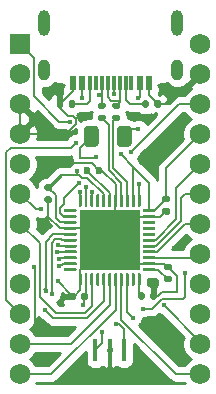
<source format=gtl>
%TF.GenerationSoftware,KiCad,Pcbnew,5.1.9*%
%TF.CreationDate,2021-03-01T07:28:27+02:00*%
%TF.ProjectId,beater-c,62656174-6572-42d6-932e-6b696361645f,rev?*%
%TF.SameCoordinates,Original*%
%TF.FileFunction,Copper,L1,Top*%
%TF.FilePolarity,Positive*%
%FSLAX46Y46*%
G04 Gerber Fmt 4.6, Leading zero omitted, Abs format (unit mm)*
G04 Created by KiCad (PCBNEW 5.1.9) date 2021-03-01 07:28:27*
%MOMM*%
%LPD*%
G01*
G04 APERTURE LIST*
%TA.AperFunction,SMDPad,CuDef*%
%ADD10R,5.200000X5.200000*%
%TD*%
%TA.AperFunction,SMDPad,CuDef*%
%ADD11R,0.400000X1.900000*%
%TD*%
%TA.AperFunction,SMDPad,CuDef*%
%ADD12R,0.600000X1.150000*%
%TD*%
%TA.AperFunction,SMDPad,CuDef*%
%ADD13R,0.300000X1.150000*%
%TD*%
%TA.AperFunction,ComponentPad*%
%ADD14O,1.000000X2.200000*%
%TD*%
%TA.AperFunction,ComponentPad*%
%ADD15O,1.000000X1.800000*%
%TD*%
%TA.AperFunction,ComponentPad*%
%ADD16C,1.752600*%
%TD*%
%TA.AperFunction,ComponentPad*%
%ADD17R,1.752600X1.752600*%
%TD*%
%TA.AperFunction,ViaPad*%
%ADD18C,0.400000*%
%TD*%
%TA.AperFunction,Conductor*%
%ADD19C,0.200000*%
%TD*%
%TA.AperFunction,Conductor*%
%ADD20C,0.250000*%
%TD*%
%TA.AperFunction,Conductor*%
%ADD21C,0.254000*%
%TD*%
%TA.AperFunction,Conductor*%
%ADD22C,0.100000*%
%TD*%
G04 APERTURE END LIST*
%TO.P,F1,2*%
%TO.N,VBUS*%
%TA.AperFunction,SMDPad,CuDef*%
G36*
G01*
X225159000Y-103851000D02*
X225159000Y-102601000D01*
G75*
G02*
X225409000Y-102351000I250000J0D01*
G01*
X226159000Y-102351000D01*
G75*
G02*
X226409000Y-102601000I0J-250000D01*
G01*
X226409000Y-103851000D01*
G75*
G02*
X226159000Y-104101000I-250000J0D01*
G01*
X225409000Y-104101000D01*
G75*
G02*
X225159000Y-103851000I0J250000D01*
G01*
G37*
%TD.AperFunction*%
%TO.P,F1,1*%
%TO.N,+5V*%
%TA.AperFunction,SMDPad,CuDef*%
G36*
G01*
X222359000Y-103851000D02*
X222359000Y-102601000D01*
G75*
G02*
X222609000Y-102351000I250000J0D01*
G01*
X223359000Y-102351000D01*
G75*
G02*
X223609000Y-102601000I0J-250000D01*
G01*
X223609000Y-103851000D01*
G75*
G02*
X223359000Y-104101000I-250000J0D01*
G01*
X222609000Y-104101000D01*
G75*
G02*
X222359000Y-103851000I0J250000D01*
G01*
G37*
%TD.AperFunction*%
%TD*%
D10*
%TO.P,U2,45*%
%TO.N,GND*%
X224536000Y-112014000D03*
%TO.P,U2,44*%
%TO.N,+5V*%
%TA.AperFunction,SMDPad,CuDef*%
G36*
G01*
X227398500Y-109389000D02*
X228348500Y-109389000D01*
G75*
G02*
X228411000Y-109451500I0J-62500D01*
G01*
X228411000Y-109576500D01*
G75*
G02*
X228348500Y-109639000I-62500J0D01*
G01*
X227398500Y-109639000D01*
G75*
G02*
X227336000Y-109576500I0J62500D01*
G01*
X227336000Y-109451500D01*
G75*
G02*
X227398500Y-109389000I62500J0D01*
G01*
G37*
%TD.AperFunction*%
%TO.P,U2,43*%
%TO.N,GND*%
%TA.AperFunction,SMDPad,CuDef*%
G36*
G01*
X227398500Y-109889000D02*
X228348500Y-109889000D01*
G75*
G02*
X228411000Y-109951500I0J-62500D01*
G01*
X228411000Y-110076500D01*
G75*
G02*
X228348500Y-110139000I-62500J0D01*
G01*
X227398500Y-110139000D01*
G75*
G02*
X227336000Y-110076500I0J62500D01*
G01*
X227336000Y-109951500D01*
G75*
G02*
X227398500Y-109889000I62500J0D01*
G01*
G37*
%TD.AperFunction*%
%TO.P,U2,42*%
%TO.N,Net-(U2-Pad42)*%
%TA.AperFunction,SMDPad,CuDef*%
G36*
G01*
X227398500Y-110389000D02*
X228348500Y-110389000D01*
G75*
G02*
X228411000Y-110451500I0J-62500D01*
G01*
X228411000Y-110576500D01*
G75*
G02*
X228348500Y-110639000I-62500J0D01*
G01*
X227398500Y-110639000D01*
G75*
G02*
X227336000Y-110576500I0J62500D01*
G01*
X227336000Y-110451500D01*
G75*
G02*
X227398500Y-110389000I62500J0D01*
G01*
G37*
%TD.AperFunction*%
%TO.P,U2,41*%
%TO.N,Net-(U2-Pad41)*%
%TA.AperFunction,SMDPad,CuDef*%
G36*
G01*
X227398500Y-110889000D02*
X228348500Y-110889000D01*
G75*
G02*
X228411000Y-110951500I0J-62500D01*
G01*
X228411000Y-111076500D01*
G75*
G02*
X228348500Y-111139000I-62500J0D01*
G01*
X227398500Y-111139000D01*
G75*
G02*
X227336000Y-111076500I0J62500D01*
G01*
X227336000Y-110951500D01*
G75*
G02*
X227398500Y-110889000I62500J0D01*
G01*
G37*
%TD.AperFunction*%
%TO.P,U2,40*%
%TO.N,Net-(U2-Pad40)*%
%TA.AperFunction,SMDPad,CuDef*%
G36*
G01*
X227398500Y-111389000D02*
X228348500Y-111389000D01*
G75*
G02*
X228411000Y-111451500I0J-62500D01*
G01*
X228411000Y-111576500D01*
G75*
G02*
X228348500Y-111639000I-62500J0D01*
G01*
X227398500Y-111639000D01*
G75*
G02*
X227336000Y-111576500I0J62500D01*
G01*
X227336000Y-111451500D01*
G75*
G02*
X227398500Y-111389000I62500J0D01*
G01*
G37*
%TD.AperFunction*%
%TO.P,U2,39*%
%TO.N,F4*%
%TA.AperFunction,SMDPad,CuDef*%
G36*
G01*
X227398500Y-111889000D02*
X228348500Y-111889000D01*
G75*
G02*
X228411000Y-111951500I0J-62500D01*
G01*
X228411000Y-112076500D01*
G75*
G02*
X228348500Y-112139000I-62500J0D01*
G01*
X227398500Y-112139000D01*
G75*
G02*
X227336000Y-112076500I0J62500D01*
G01*
X227336000Y-111951500D01*
G75*
G02*
X227398500Y-111889000I62500J0D01*
G01*
G37*
%TD.AperFunction*%
%TO.P,U2,38*%
%TO.N,F5*%
%TA.AperFunction,SMDPad,CuDef*%
G36*
G01*
X227398500Y-112389000D02*
X228348500Y-112389000D01*
G75*
G02*
X228411000Y-112451500I0J-62500D01*
G01*
X228411000Y-112576500D01*
G75*
G02*
X228348500Y-112639000I-62500J0D01*
G01*
X227398500Y-112639000D01*
G75*
G02*
X227336000Y-112576500I0J62500D01*
G01*
X227336000Y-112451500D01*
G75*
G02*
X227398500Y-112389000I62500J0D01*
G01*
G37*
%TD.AperFunction*%
%TO.P,U2,37*%
%TO.N,F6*%
%TA.AperFunction,SMDPad,CuDef*%
G36*
G01*
X227398500Y-112889000D02*
X228348500Y-112889000D01*
G75*
G02*
X228411000Y-112951500I0J-62500D01*
G01*
X228411000Y-113076500D01*
G75*
G02*
X228348500Y-113139000I-62500J0D01*
G01*
X227398500Y-113139000D01*
G75*
G02*
X227336000Y-113076500I0J62500D01*
G01*
X227336000Y-112951500D01*
G75*
G02*
X227398500Y-112889000I62500J0D01*
G01*
G37*
%TD.AperFunction*%
%TO.P,U2,36*%
%TO.N,F7*%
%TA.AperFunction,SMDPad,CuDef*%
G36*
G01*
X227398500Y-113389000D02*
X228348500Y-113389000D01*
G75*
G02*
X228411000Y-113451500I0J-62500D01*
G01*
X228411000Y-113576500D01*
G75*
G02*
X228348500Y-113639000I-62500J0D01*
G01*
X227398500Y-113639000D01*
G75*
G02*
X227336000Y-113576500I0J62500D01*
G01*
X227336000Y-113451500D01*
G75*
G02*
X227398500Y-113389000I62500J0D01*
G01*
G37*
%TD.AperFunction*%
%TO.P,U2,35*%
%TO.N,GND*%
%TA.AperFunction,SMDPad,CuDef*%
G36*
G01*
X227398500Y-113889000D02*
X228348500Y-113889000D01*
G75*
G02*
X228411000Y-113951500I0J-62500D01*
G01*
X228411000Y-114076500D01*
G75*
G02*
X228348500Y-114139000I-62500J0D01*
G01*
X227398500Y-114139000D01*
G75*
G02*
X227336000Y-114076500I0J62500D01*
G01*
X227336000Y-113951500D01*
G75*
G02*
X227398500Y-113889000I62500J0D01*
G01*
G37*
%TD.AperFunction*%
%TO.P,U2,34*%
%TO.N,+5V*%
%TA.AperFunction,SMDPad,CuDef*%
G36*
G01*
X227398500Y-114389000D02*
X228348500Y-114389000D01*
G75*
G02*
X228411000Y-114451500I0J-62500D01*
G01*
X228411000Y-114576500D01*
G75*
G02*
X228348500Y-114639000I-62500J0D01*
G01*
X227398500Y-114639000D01*
G75*
G02*
X227336000Y-114576500I0J62500D01*
G01*
X227336000Y-114451500D01*
G75*
G02*
X227398500Y-114389000I62500J0D01*
G01*
G37*
%TD.AperFunction*%
%TO.P,U2,33*%
%TO.N,Net-(R5-Pad2)*%
%TA.AperFunction,SMDPad,CuDef*%
G36*
G01*
X226973500Y-114814000D02*
X227098500Y-114814000D01*
G75*
G02*
X227161000Y-114876500I0J-62500D01*
G01*
X227161000Y-115826500D01*
G75*
G02*
X227098500Y-115889000I-62500J0D01*
G01*
X226973500Y-115889000D01*
G75*
G02*
X226911000Y-115826500I0J62500D01*
G01*
X226911000Y-114876500D01*
G75*
G02*
X226973500Y-114814000I62500J0D01*
G01*
G37*
%TD.AperFunction*%
%TO.P,U2,32*%
%TO.N,Net-(U2-Pad32)*%
%TA.AperFunction,SMDPad,CuDef*%
G36*
G01*
X226473500Y-114814000D02*
X226598500Y-114814000D01*
G75*
G02*
X226661000Y-114876500I0J-62500D01*
G01*
X226661000Y-115826500D01*
G75*
G02*
X226598500Y-115889000I-62500J0D01*
G01*
X226473500Y-115889000D01*
G75*
G02*
X226411000Y-115826500I0J62500D01*
G01*
X226411000Y-114876500D01*
G75*
G02*
X226473500Y-114814000I62500J0D01*
G01*
G37*
%TD.AperFunction*%
%TO.P,U2,31*%
%TO.N,C6*%
%TA.AperFunction,SMDPad,CuDef*%
G36*
G01*
X225973500Y-114814000D02*
X226098500Y-114814000D01*
G75*
G02*
X226161000Y-114876500I0J-62500D01*
G01*
X226161000Y-115826500D01*
G75*
G02*
X226098500Y-115889000I-62500J0D01*
G01*
X225973500Y-115889000D01*
G75*
G02*
X225911000Y-115826500I0J62500D01*
G01*
X225911000Y-114876500D01*
G75*
G02*
X225973500Y-114814000I62500J0D01*
G01*
G37*
%TD.AperFunction*%
%TO.P,U2,30*%
%TO.N,B6*%
%TA.AperFunction,SMDPad,CuDef*%
G36*
G01*
X225473500Y-114814000D02*
X225598500Y-114814000D01*
G75*
G02*
X225661000Y-114876500I0J-62500D01*
G01*
X225661000Y-115826500D01*
G75*
G02*
X225598500Y-115889000I-62500J0D01*
G01*
X225473500Y-115889000D01*
G75*
G02*
X225411000Y-115826500I0J62500D01*
G01*
X225411000Y-114876500D01*
G75*
G02*
X225473500Y-114814000I62500J0D01*
G01*
G37*
%TD.AperFunction*%
%TO.P,U2,29*%
%TO.N,B5*%
%TA.AperFunction,SMDPad,CuDef*%
G36*
G01*
X224973500Y-114814000D02*
X225098500Y-114814000D01*
G75*
G02*
X225161000Y-114876500I0J-62500D01*
G01*
X225161000Y-115826500D01*
G75*
G02*
X225098500Y-115889000I-62500J0D01*
G01*
X224973500Y-115889000D01*
G75*
G02*
X224911000Y-115826500I0J62500D01*
G01*
X224911000Y-114876500D01*
G75*
G02*
X224973500Y-114814000I62500J0D01*
G01*
G37*
%TD.AperFunction*%
%TO.P,U2,28*%
%TO.N,B4*%
%TA.AperFunction,SMDPad,CuDef*%
G36*
G01*
X224473500Y-114814000D02*
X224598500Y-114814000D01*
G75*
G02*
X224661000Y-114876500I0J-62500D01*
G01*
X224661000Y-115826500D01*
G75*
G02*
X224598500Y-115889000I-62500J0D01*
G01*
X224473500Y-115889000D01*
G75*
G02*
X224411000Y-115826500I0J62500D01*
G01*
X224411000Y-114876500D01*
G75*
G02*
X224473500Y-114814000I62500J0D01*
G01*
G37*
%TD.AperFunction*%
%TO.P,U2,27*%
%TO.N,D7*%
%TA.AperFunction,SMDPad,CuDef*%
G36*
G01*
X223973500Y-114814000D02*
X224098500Y-114814000D01*
G75*
G02*
X224161000Y-114876500I0J-62500D01*
G01*
X224161000Y-115826500D01*
G75*
G02*
X224098500Y-115889000I-62500J0D01*
G01*
X223973500Y-115889000D01*
G75*
G02*
X223911000Y-115826500I0J62500D01*
G01*
X223911000Y-114876500D01*
G75*
G02*
X223973500Y-114814000I62500J0D01*
G01*
G37*
%TD.AperFunction*%
%TO.P,U2,26*%
%TO.N,Net-(U2-Pad26)*%
%TA.AperFunction,SMDPad,CuDef*%
G36*
G01*
X223473500Y-114814000D02*
X223598500Y-114814000D01*
G75*
G02*
X223661000Y-114876500I0J-62500D01*
G01*
X223661000Y-115826500D01*
G75*
G02*
X223598500Y-115889000I-62500J0D01*
G01*
X223473500Y-115889000D01*
G75*
G02*
X223411000Y-115826500I0J62500D01*
G01*
X223411000Y-114876500D01*
G75*
G02*
X223473500Y-114814000I62500J0D01*
G01*
G37*
%TD.AperFunction*%
%TO.P,U2,25*%
%TO.N,D4*%
%TA.AperFunction,SMDPad,CuDef*%
G36*
G01*
X222973500Y-114814000D02*
X223098500Y-114814000D01*
G75*
G02*
X223161000Y-114876500I0J-62500D01*
G01*
X223161000Y-115826500D01*
G75*
G02*
X223098500Y-115889000I-62500J0D01*
G01*
X222973500Y-115889000D01*
G75*
G02*
X222911000Y-115826500I0J62500D01*
G01*
X222911000Y-114876500D01*
G75*
G02*
X222973500Y-114814000I62500J0D01*
G01*
G37*
%TD.AperFunction*%
%TO.P,U2,24*%
%TO.N,+5V*%
%TA.AperFunction,SMDPad,CuDef*%
G36*
G01*
X222473500Y-114814000D02*
X222598500Y-114814000D01*
G75*
G02*
X222661000Y-114876500I0J-62500D01*
G01*
X222661000Y-115826500D01*
G75*
G02*
X222598500Y-115889000I-62500J0D01*
G01*
X222473500Y-115889000D01*
G75*
G02*
X222411000Y-115826500I0J62500D01*
G01*
X222411000Y-114876500D01*
G75*
G02*
X222473500Y-114814000I62500J0D01*
G01*
G37*
%TD.AperFunction*%
%TO.P,U2,23*%
%TO.N,GND*%
%TA.AperFunction,SMDPad,CuDef*%
G36*
G01*
X221973500Y-114814000D02*
X222098500Y-114814000D01*
G75*
G02*
X222161000Y-114876500I0J-62500D01*
G01*
X222161000Y-115826500D01*
G75*
G02*
X222098500Y-115889000I-62500J0D01*
G01*
X221973500Y-115889000D01*
G75*
G02*
X221911000Y-115826500I0J62500D01*
G01*
X221911000Y-114876500D01*
G75*
G02*
X221973500Y-114814000I62500J0D01*
G01*
G37*
%TD.AperFunction*%
%TO.P,U2,22*%
%TO.N,Net-(U2-Pad22)*%
%TA.AperFunction,SMDPad,CuDef*%
G36*
G01*
X220723500Y-114389000D02*
X221673500Y-114389000D01*
G75*
G02*
X221736000Y-114451500I0J-62500D01*
G01*
X221736000Y-114576500D01*
G75*
G02*
X221673500Y-114639000I-62500J0D01*
G01*
X220723500Y-114639000D01*
G75*
G02*
X220661000Y-114576500I0J62500D01*
G01*
X220661000Y-114451500D01*
G75*
G02*
X220723500Y-114389000I62500J0D01*
G01*
G37*
%TD.AperFunction*%
%TO.P,U2,21*%
%TO.N,D3*%
%TA.AperFunction,SMDPad,CuDef*%
G36*
G01*
X220723500Y-113889000D02*
X221673500Y-113889000D01*
G75*
G02*
X221736000Y-113951500I0J-62500D01*
G01*
X221736000Y-114076500D01*
G75*
G02*
X221673500Y-114139000I-62500J0D01*
G01*
X220723500Y-114139000D01*
G75*
G02*
X220661000Y-114076500I0J62500D01*
G01*
X220661000Y-113951500D01*
G75*
G02*
X220723500Y-113889000I62500J0D01*
G01*
G37*
%TD.AperFunction*%
%TO.P,U2,20*%
%TO.N,D2*%
%TA.AperFunction,SMDPad,CuDef*%
G36*
G01*
X220723500Y-113389000D02*
X221673500Y-113389000D01*
G75*
G02*
X221736000Y-113451500I0J-62500D01*
G01*
X221736000Y-113576500D01*
G75*
G02*
X221673500Y-113639000I-62500J0D01*
G01*
X220723500Y-113639000D01*
G75*
G02*
X220661000Y-113576500I0J62500D01*
G01*
X220661000Y-113451500D01*
G75*
G02*
X220723500Y-113389000I62500J0D01*
G01*
G37*
%TD.AperFunction*%
%TO.P,U2,19*%
%TO.N,D1*%
%TA.AperFunction,SMDPad,CuDef*%
G36*
G01*
X220723500Y-112889000D02*
X221673500Y-112889000D01*
G75*
G02*
X221736000Y-112951500I0J-62500D01*
G01*
X221736000Y-113076500D01*
G75*
G02*
X221673500Y-113139000I-62500J0D01*
G01*
X220723500Y-113139000D01*
G75*
G02*
X220661000Y-113076500I0J62500D01*
G01*
X220661000Y-112951500D01*
G75*
G02*
X220723500Y-112889000I62500J0D01*
G01*
G37*
%TD.AperFunction*%
%TO.P,U2,18*%
%TO.N,D0*%
%TA.AperFunction,SMDPad,CuDef*%
G36*
G01*
X220723500Y-112389000D02*
X221673500Y-112389000D01*
G75*
G02*
X221736000Y-112451500I0J-62500D01*
G01*
X221736000Y-112576500D01*
G75*
G02*
X221673500Y-112639000I-62500J0D01*
G01*
X220723500Y-112639000D01*
G75*
G02*
X220661000Y-112576500I0J62500D01*
G01*
X220661000Y-112451500D01*
G75*
G02*
X220723500Y-112389000I62500J0D01*
G01*
G37*
%TD.AperFunction*%
%TO.P,U2,17*%
%TO.N,Net-(U2-Pad17)*%
%TA.AperFunction,SMDPad,CuDef*%
G36*
G01*
X220723500Y-111889000D02*
X221673500Y-111889000D01*
G75*
G02*
X221736000Y-111951500I0J-62500D01*
G01*
X221736000Y-112076500D01*
G75*
G02*
X221673500Y-112139000I-62500J0D01*
G01*
X220723500Y-112139000D01*
G75*
G02*
X220661000Y-112076500I0J62500D01*
G01*
X220661000Y-111951500D01*
G75*
G02*
X220723500Y-111889000I62500J0D01*
G01*
G37*
%TD.AperFunction*%
%TO.P,U2,16*%
%TO.N,Net-(U2-Pad16)*%
%TA.AperFunction,SMDPad,CuDef*%
G36*
G01*
X220723500Y-111389000D02*
X221673500Y-111389000D01*
G75*
G02*
X221736000Y-111451500I0J-62500D01*
G01*
X221736000Y-111576500D01*
G75*
G02*
X221673500Y-111639000I-62500J0D01*
G01*
X220723500Y-111639000D01*
G75*
G02*
X220661000Y-111576500I0J62500D01*
G01*
X220661000Y-111451500D01*
G75*
G02*
X220723500Y-111389000I62500J0D01*
G01*
G37*
%TD.AperFunction*%
%TO.P,U2,15*%
%TO.N,GND*%
%TA.AperFunction,SMDPad,CuDef*%
G36*
G01*
X220723500Y-110889000D02*
X221673500Y-110889000D01*
G75*
G02*
X221736000Y-110951500I0J-62500D01*
G01*
X221736000Y-111076500D01*
G75*
G02*
X221673500Y-111139000I-62500J0D01*
G01*
X220723500Y-111139000D01*
G75*
G02*
X220661000Y-111076500I0J62500D01*
G01*
X220661000Y-110951500D01*
G75*
G02*
X220723500Y-110889000I62500J0D01*
G01*
G37*
%TD.AperFunction*%
%TO.P,U2,14*%
%TO.N,+5V*%
%TA.AperFunction,SMDPad,CuDef*%
G36*
G01*
X220723500Y-110389000D02*
X221673500Y-110389000D01*
G75*
G02*
X221736000Y-110451500I0J-62500D01*
G01*
X221736000Y-110576500D01*
G75*
G02*
X221673500Y-110639000I-62500J0D01*
G01*
X220723500Y-110639000D01*
G75*
G02*
X220661000Y-110576500I0J62500D01*
G01*
X220661000Y-110451500D01*
G75*
G02*
X220723500Y-110389000I62500J0D01*
G01*
G37*
%TD.AperFunction*%
%TO.P,U2,13*%
%TO.N,RST*%
%TA.AperFunction,SMDPad,CuDef*%
G36*
G01*
X220723500Y-109889000D02*
X221673500Y-109889000D01*
G75*
G02*
X221736000Y-109951500I0J-62500D01*
G01*
X221736000Y-110076500D01*
G75*
G02*
X221673500Y-110139000I-62500J0D01*
G01*
X220723500Y-110139000D01*
G75*
G02*
X220661000Y-110076500I0J62500D01*
G01*
X220661000Y-109951500D01*
G75*
G02*
X220723500Y-109889000I62500J0D01*
G01*
G37*
%TD.AperFunction*%
%TO.P,U2,12*%
%TO.N,Net-(U2-Pad12)*%
%TA.AperFunction,SMDPad,CuDef*%
G36*
G01*
X220723500Y-109389000D02*
X221673500Y-109389000D01*
G75*
G02*
X221736000Y-109451500I0J-62500D01*
G01*
X221736000Y-109576500D01*
G75*
G02*
X221673500Y-109639000I-62500J0D01*
G01*
X220723500Y-109639000D01*
G75*
G02*
X220661000Y-109576500I0J62500D01*
G01*
X220661000Y-109451500D01*
G75*
G02*
X220723500Y-109389000I62500J0D01*
G01*
G37*
%TD.AperFunction*%
%TO.P,U2,11*%
%TO.N,B3*%
%TA.AperFunction,SMDPad,CuDef*%
G36*
G01*
X221973500Y-108139000D02*
X222098500Y-108139000D01*
G75*
G02*
X222161000Y-108201500I0J-62500D01*
G01*
X222161000Y-109151500D01*
G75*
G02*
X222098500Y-109214000I-62500J0D01*
G01*
X221973500Y-109214000D01*
G75*
G02*
X221911000Y-109151500I0J62500D01*
G01*
X221911000Y-108201500D01*
G75*
G02*
X221973500Y-108139000I62500J0D01*
G01*
G37*
%TD.AperFunction*%
%TO.P,U2,10*%
%TO.N,B2*%
%TA.AperFunction,SMDPad,CuDef*%
G36*
G01*
X222473500Y-108139000D02*
X222598500Y-108139000D01*
G75*
G02*
X222661000Y-108201500I0J-62500D01*
G01*
X222661000Y-109151500D01*
G75*
G02*
X222598500Y-109214000I-62500J0D01*
G01*
X222473500Y-109214000D01*
G75*
G02*
X222411000Y-109151500I0J62500D01*
G01*
X222411000Y-108201500D01*
G75*
G02*
X222473500Y-108139000I62500J0D01*
G01*
G37*
%TD.AperFunction*%
%TO.P,U2,9*%
%TO.N,B1*%
%TA.AperFunction,SMDPad,CuDef*%
G36*
G01*
X222973500Y-108139000D02*
X223098500Y-108139000D01*
G75*
G02*
X223161000Y-108201500I0J-62500D01*
G01*
X223161000Y-109151500D01*
G75*
G02*
X223098500Y-109214000I-62500J0D01*
G01*
X222973500Y-109214000D01*
G75*
G02*
X222911000Y-109151500I0J62500D01*
G01*
X222911000Y-108201500D01*
G75*
G02*
X222973500Y-108139000I62500J0D01*
G01*
G37*
%TD.AperFunction*%
%TO.P,U2,8*%
%TO.N,Net-(U2-Pad8)*%
%TA.AperFunction,SMDPad,CuDef*%
G36*
G01*
X223473500Y-108139000D02*
X223598500Y-108139000D01*
G75*
G02*
X223661000Y-108201500I0J-62500D01*
G01*
X223661000Y-109151500D01*
G75*
G02*
X223598500Y-109214000I-62500J0D01*
G01*
X223473500Y-109214000D01*
G75*
G02*
X223411000Y-109151500I0J62500D01*
G01*
X223411000Y-108201500D01*
G75*
G02*
X223473500Y-108139000I62500J0D01*
G01*
G37*
%TD.AperFunction*%
%TO.P,U2,7*%
%TO.N,+5V*%
%TA.AperFunction,SMDPad,CuDef*%
G36*
G01*
X223973500Y-108139000D02*
X224098500Y-108139000D01*
G75*
G02*
X224161000Y-108201500I0J-62500D01*
G01*
X224161000Y-109151500D01*
G75*
G02*
X224098500Y-109214000I-62500J0D01*
G01*
X223973500Y-109214000D01*
G75*
G02*
X223911000Y-109151500I0J62500D01*
G01*
X223911000Y-108201500D01*
G75*
G02*
X223973500Y-108139000I62500J0D01*
G01*
G37*
%TD.AperFunction*%
%TO.P,U2,6*%
%TO.N,Net-(C5-Pad1)*%
%TA.AperFunction,SMDPad,CuDef*%
G36*
G01*
X224473500Y-108139000D02*
X224598500Y-108139000D01*
G75*
G02*
X224661000Y-108201500I0J-62500D01*
G01*
X224661000Y-109151500D01*
G75*
G02*
X224598500Y-109214000I-62500J0D01*
G01*
X224473500Y-109214000D01*
G75*
G02*
X224411000Y-109151500I0J62500D01*
G01*
X224411000Y-108201500D01*
G75*
G02*
X224473500Y-108139000I62500J0D01*
G01*
G37*
%TD.AperFunction*%
%TO.P,U2,5*%
%TO.N,GND*%
%TA.AperFunction,SMDPad,CuDef*%
G36*
G01*
X224973500Y-108139000D02*
X225098500Y-108139000D01*
G75*
G02*
X225161000Y-108201500I0J-62500D01*
G01*
X225161000Y-109151500D01*
G75*
G02*
X225098500Y-109214000I-62500J0D01*
G01*
X224973500Y-109214000D01*
G75*
G02*
X224911000Y-109151500I0J62500D01*
G01*
X224911000Y-108201500D01*
G75*
G02*
X224973500Y-108139000I62500J0D01*
G01*
G37*
%TD.AperFunction*%
%TO.P,U2,4*%
%TO.N,Net-(R3-Pad1)*%
%TA.AperFunction,SMDPad,CuDef*%
G36*
G01*
X225473500Y-108139000D02*
X225598500Y-108139000D01*
G75*
G02*
X225661000Y-108201500I0J-62500D01*
G01*
X225661000Y-109151500D01*
G75*
G02*
X225598500Y-109214000I-62500J0D01*
G01*
X225473500Y-109214000D01*
G75*
G02*
X225411000Y-109151500I0J62500D01*
G01*
X225411000Y-108201500D01*
G75*
G02*
X225473500Y-108139000I62500J0D01*
G01*
G37*
%TD.AperFunction*%
%TO.P,U2,3*%
%TO.N,Net-(R4-Pad1)*%
%TA.AperFunction,SMDPad,CuDef*%
G36*
G01*
X225973500Y-108139000D02*
X226098500Y-108139000D01*
G75*
G02*
X226161000Y-108201500I0J-62500D01*
G01*
X226161000Y-109151500D01*
G75*
G02*
X226098500Y-109214000I-62500J0D01*
G01*
X225973500Y-109214000D01*
G75*
G02*
X225911000Y-109151500I0J62500D01*
G01*
X225911000Y-108201500D01*
G75*
G02*
X225973500Y-108139000I62500J0D01*
G01*
G37*
%TD.AperFunction*%
%TO.P,U2,2*%
%TO.N,+5V*%
%TA.AperFunction,SMDPad,CuDef*%
G36*
G01*
X226473500Y-108139000D02*
X226598500Y-108139000D01*
G75*
G02*
X226661000Y-108201500I0J-62500D01*
G01*
X226661000Y-109151500D01*
G75*
G02*
X226598500Y-109214000I-62500J0D01*
G01*
X226473500Y-109214000D01*
G75*
G02*
X226411000Y-109151500I0J62500D01*
G01*
X226411000Y-108201500D01*
G75*
G02*
X226473500Y-108139000I62500J0D01*
G01*
G37*
%TD.AperFunction*%
%TO.P,U2,1*%
%TO.N,E6*%
%TA.AperFunction,SMDPad,CuDef*%
G36*
G01*
X226973500Y-108139000D02*
X227098500Y-108139000D01*
G75*
G02*
X227161000Y-108201500I0J-62500D01*
G01*
X227161000Y-109151500D01*
G75*
G02*
X227098500Y-109214000I-62500J0D01*
G01*
X226973500Y-109214000D01*
G75*
G02*
X226911000Y-109151500I0J62500D01*
G01*
X226911000Y-108201500D01*
G75*
G02*
X226973500Y-108139000I62500J0D01*
G01*
G37*
%TD.AperFunction*%
%TD*%
%TO.P,C2,2*%
%TO.N,GND*%
%TA.AperFunction,SMDPad,CuDef*%
G36*
G01*
X229126000Y-109257000D02*
X229496000Y-109257000D01*
G75*
G02*
X229631000Y-109392000I0J-135000D01*
G01*
X229631000Y-109662000D01*
G75*
G02*
X229496000Y-109797000I-135000J0D01*
G01*
X229126000Y-109797000D01*
G75*
G02*
X228991000Y-109662000I0J135000D01*
G01*
X228991000Y-109392000D01*
G75*
G02*
X229126000Y-109257000I135000J0D01*
G01*
G37*
%TD.AperFunction*%
%TO.P,C2,1*%
%TO.N,+5V*%
%TA.AperFunction,SMDPad,CuDef*%
G36*
G01*
X229126000Y-108237000D02*
X229496000Y-108237000D01*
G75*
G02*
X229631000Y-108372000I0J-135000D01*
G01*
X229631000Y-108642000D01*
G75*
G02*
X229496000Y-108777000I-135000J0D01*
G01*
X229126000Y-108777000D01*
G75*
G02*
X228991000Y-108642000I0J135000D01*
G01*
X228991000Y-108372000D01*
G75*
G02*
X229126000Y-108237000I135000J0D01*
G01*
G37*
%TD.AperFunction*%
%TD*%
%TO.P,C3,2*%
%TO.N,GND*%
%TA.AperFunction,SMDPad,CuDef*%
G36*
G01*
X229649000Y-114568000D02*
X229279000Y-114568000D01*
G75*
G02*
X229144000Y-114433000I0J135000D01*
G01*
X229144000Y-114163000D01*
G75*
G02*
X229279000Y-114028000I135000J0D01*
G01*
X229649000Y-114028000D01*
G75*
G02*
X229784000Y-114163000I0J-135000D01*
G01*
X229784000Y-114433000D01*
G75*
G02*
X229649000Y-114568000I-135000J0D01*
G01*
G37*
%TD.AperFunction*%
%TO.P,C3,1*%
%TO.N,+5V*%
%TA.AperFunction,SMDPad,CuDef*%
G36*
G01*
X229649000Y-115588000D02*
X229279000Y-115588000D01*
G75*
G02*
X229144000Y-115453000I0J135000D01*
G01*
X229144000Y-115183000D01*
G75*
G02*
X229279000Y-115048000I135000J0D01*
G01*
X229649000Y-115048000D01*
G75*
G02*
X229784000Y-115183000I0J-135000D01*
G01*
X229784000Y-115453000D01*
G75*
G02*
X229649000Y-115588000I-135000J0D01*
G01*
G37*
%TD.AperFunction*%
%TD*%
%TO.P,R5,2*%
%TO.N,Net-(R5-Pad2)*%
%TA.AperFunction,SMDPad,CuDef*%
G36*
G01*
X227496000Y-116553000D02*
X227496000Y-116923000D01*
G75*
G02*
X227361000Y-117058000I-135000J0D01*
G01*
X227091000Y-117058000D01*
G75*
G02*
X226956000Y-116923000I0J135000D01*
G01*
X226956000Y-116553000D01*
G75*
G02*
X227091000Y-116418000I135000J0D01*
G01*
X227361000Y-116418000D01*
G75*
G02*
X227496000Y-116553000I0J-135000D01*
G01*
G37*
%TD.AperFunction*%
%TO.P,R5,1*%
%TO.N,GND*%
%TA.AperFunction,SMDPad,CuDef*%
G36*
G01*
X228516000Y-116553000D02*
X228516000Y-116923000D01*
G75*
G02*
X228381000Y-117058000I-135000J0D01*
G01*
X228111000Y-117058000D01*
G75*
G02*
X227976000Y-116923000I0J135000D01*
G01*
X227976000Y-116553000D01*
G75*
G02*
X228111000Y-116418000I135000J0D01*
G01*
X228381000Y-116418000D01*
G75*
G02*
X228516000Y-116553000I0J-135000D01*
G01*
G37*
%TD.AperFunction*%
%TD*%
D11*
%TO.P,Y1,3*%
%TO.N,Net-(U2-Pad16)*%
X223336000Y-121310000D03*
%TO.P,Y1,2*%
%TO.N,GND*%
X224536000Y-121310000D03*
%TO.P,Y1,1*%
%TO.N,Net-(U2-Pad17)*%
X225736000Y-121310000D03*
%TD*%
%TO.P,C4,2*%
%TO.N,GND*%
%TA.AperFunction,SMDPad,CuDef*%
G36*
G01*
X221654400Y-116604000D02*
X221654400Y-116974000D01*
G75*
G02*
X221519400Y-117109000I-135000J0D01*
G01*
X221249400Y-117109000D01*
G75*
G02*
X221114400Y-116974000I0J135000D01*
G01*
X221114400Y-116604000D01*
G75*
G02*
X221249400Y-116469000I135000J0D01*
G01*
X221519400Y-116469000D01*
G75*
G02*
X221654400Y-116604000I0J-135000D01*
G01*
G37*
%TD.AperFunction*%
%TO.P,C4,1*%
%TO.N,+5V*%
%TA.AperFunction,SMDPad,CuDef*%
G36*
G01*
X222674400Y-116604000D02*
X222674400Y-116974000D01*
G75*
G02*
X222539400Y-117109000I-135000J0D01*
G01*
X222269400Y-117109000D01*
G75*
G02*
X222134400Y-116974000I0J135000D01*
G01*
X222134400Y-116604000D01*
G75*
G02*
X222269400Y-116469000I135000J0D01*
G01*
X222539400Y-116469000D01*
G75*
G02*
X222674400Y-116604000I0J-135000D01*
G01*
G37*
%TD.AperFunction*%
%TD*%
%TO.P,C1,2*%
%TO.N,GND*%
%TA.AperFunction,SMDPad,CuDef*%
G36*
G01*
X219144000Y-108317000D02*
X219514000Y-108317000D01*
G75*
G02*
X219649000Y-108452000I0J-135000D01*
G01*
X219649000Y-108722000D01*
G75*
G02*
X219514000Y-108857000I-135000J0D01*
G01*
X219144000Y-108857000D01*
G75*
G02*
X219009000Y-108722000I0J135000D01*
G01*
X219009000Y-108452000D01*
G75*
G02*
X219144000Y-108317000I135000J0D01*
G01*
G37*
%TD.AperFunction*%
%TO.P,C1,1*%
%TO.N,+5V*%
%TA.AperFunction,SMDPad,CuDef*%
G36*
G01*
X219144000Y-107297000D02*
X219514000Y-107297000D01*
G75*
G02*
X219649000Y-107432000I0J-135000D01*
G01*
X219649000Y-107702000D01*
G75*
G02*
X219514000Y-107837000I-135000J0D01*
G01*
X219144000Y-107837000D01*
G75*
G02*
X219009000Y-107702000I0J135000D01*
G01*
X219009000Y-107432000D01*
G75*
G02*
X219144000Y-107297000I135000J0D01*
G01*
G37*
%TD.AperFunction*%
%TD*%
%TO.P,C5,2*%
%TO.N,GND*%
%TA.AperFunction,SMDPad,CuDef*%
G36*
G01*
X223354000Y-106306000D02*
X223354000Y-105936000D01*
G75*
G02*
X223489000Y-105801000I135000J0D01*
G01*
X223759000Y-105801000D01*
G75*
G02*
X223894000Y-105936000I0J-135000D01*
G01*
X223894000Y-106306000D01*
G75*
G02*
X223759000Y-106441000I-135000J0D01*
G01*
X223489000Y-106441000D01*
G75*
G02*
X223354000Y-106306000I0J135000D01*
G01*
G37*
%TD.AperFunction*%
%TO.P,C5,1*%
%TO.N,Net-(C5-Pad1)*%
%TA.AperFunction,SMDPad,CuDef*%
G36*
G01*
X222334000Y-106306000D02*
X222334000Y-105936000D01*
G75*
G02*
X222469000Y-105801000I135000J0D01*
G01*
X222739000Y-105801000D01*
G75*
G02*
X222874000Y-105936000I0J-135000D01*
G01*
X222874000Y-106306000D01*
G75*
G02*
X222739000Y-106441000I-135000J0D01*
G01*
X222469000Y-106441000D01*
G75*
G02*
X222334000Y-106306000I0J135000D01*
G01*
G37*
%TD.AperFunction*%
%TD*%
%TO.P,R1,2*%
%TO.N,Net-(R1-Pad2)*%
%TA.AperFunction,SMDPad,CuDef*%
G36*
G01*
X227850000Y-100297000D02*
X227850000Y-100667000D01*
G75*
G02*
X227715000Y-100802000I-135000J0D01*
G01*
X227445000Y-100802000D01*
G75*
G02*
X227310000Y-100667000I0J135000D01*
G01*
X227310000Y-100297000D01*
G75*
G02*
X227445000Y-100162000I135000J0D01*
G01*
X227715000Y-100162000D01*
G75*
G02*
X227850000Y-100297000I0J-135000D01*
G01*
G37*
%TD.AperFunction*%
%TO.P,R1,1*%
%TO.N,GND*%
%TA.AperFunction,SMDPad,CuDef*%
G36*
G01*
X228870000Y-100297000D02*
X228870000Y-100667000D01*
G75*
G02*
X228735000Y-100802000I-135000J0D01*
G01*
X228465000Y-100802000D01*
G75*
G02*
X228330000Y-100667000I0J135000D01*
G01*
X228330000Y-100297000D01*
G75*
G02*
X228465000Y-100162000I135000J0D01*
G01*
X228735000Y-100162000D01*
G75*
G02*
X228870000Y-100297000I0J-135000D01*
G01*
G37*
%TD.AperFunction*%
%TD*%
D12*
%TO.P,USB1,12*%
%TO.N,GND*%
X221413000Y-98725800D03*
%TO.P,USB1,11*%
%TO.N,VBUS*%
X222188000Y-98725800D03*
%TO.P,USB1,1*%
%TO.N,GND*%
X227863000Y-98725800D03*
%TO.P,USB1,2*%
%TO.N,VBUS*%
X227088000Y-98725800D03*
D13*
%TO.P,USB1,9*%
%TO.N,Net-(USB1-Pad9)*%
X223388000Y-98725800D03*
%TO.P,USB1,10*%
%TO.N,Net-(R2-Pad2)*%
X222888000Y-98725800D03*
%TO.P,USB1,3*%
%TO.N,Net-(USB1-Pad3)*%
X226388000Y-98725800D03*
%TO.P,USB1,4*%
%TO.N,Net-(R1-Pad2)*%
X225888000Y-98725800D03*
%TO.P,USB1,8*%
%TO.N,D+*%
X223888000Y-98725800D03*
%TO.P,USB1,5*%
%TO.N,D-*%
X225388000Y-98725800D03*
%TO.P,USB1,7*%
X224388000Y-98725800D03*
%TO.P,USB1,6*%
%TO.N,D+*%
X224888000Y-98725800D03*
D14*
%TO.P,USB1,13*%
%TO.N,Net-(USB1-Pad13)*%
X230258000Y-93590800D03*
X219018000Y-93590800D03*
D15*
X219018000Y-97590800D03*
X230258000Y-97590800D03*
%TD*%
%TO.P,R4,2*%
%TO.N,D-*%
%TA.AperFunction,SMDPad,CuDef*%
G36*
G01*
X225280000Y-100903000D02*
X224910000Y-100903000D01*
G75*
G02*
X224775000Y-100768000I0J135000D01*
G01*
X224775000Y-100498000D01*
G75*
G02*
X224910000Y-100363000I135000J0D01*
G01*
X225280000Y-100363000D01*
G75*
G02*
X225415000Y-100498000I0J-135000D01*
G01*
X225415000Y-100768000D01*
G75*
G02*
X225280000Y-100903000I-135000J0D01*
G01*
G37*
%TD.AperFunction*%
%TO.P,R4,1*%
%TO.N,Net-(R4-Pad1)*%
%TA.AperFunction,SMDPad,CuDef*%
G36*
G01*
X225280000Y-101923000D02*
X224910000Y-101923000D01*
G75*
G02*
X224775000Y-101788000I0J135000D01*
G01*
X224775000Y-101518000D01*
G75*
G02*
X224910000Y-101383000I135000J0D01*
G01*
X225280000Y-101383000D01*
G75*
G02*
X225415000Y-101518000I0J-135000D01*
G01*
X225415000Y-101788000D01*
G75*
G02*
X225280000Y-101923000I-135000J0D01*
G01*
G37*
%TD.AperFunction*%
%TD*%
%TO.P,R3,2*%
%TO.N,D+*%
%TA.AperFunction,SMDPad,CuDef*%
G36*
G01*
X224061000Y-100903000D02*
X223691000Y-100903000D01*
G75*
G02*
X223556000Y-100768000I0J135000D01*
G01*
X223556000Y-100498000D01*
G75*
G02*
X223691000Y-100363000I135000J0D01*
G01*
X224061000Y-100363000D01*
G75*
G02*
X224196000Y-100498000I0J-135000D01*
G01*
X224196000Y-100768000D01*
G75*
G02*
X224061000Y-100903000I-135000J0D01*
G01*
G37*
%TD.AperFunction*%
%TO.P,R3,1*%
%TO.N,Net-(R3-Pad1)*%
%TA.AperFunction,SMDPad,CuDef*%
G36*
G01*
X224061000Y-101923000D02*
X223691000Y-101923000D01*
G75*
G02*
X223556000Y-101788000I0J135000D01*
G01*
X223556000Y-101518000D01*
G75*
G02*
X223691000Y-101383000I135000J0D01*
G01*
X224061000Y-101383000D01*
G75*
G02*
X224196000Y-101518000I0J-135000D01*
G01*
X224196000Y-101788000D01*
G75*
G02*
X224061000Y-101923000I-135000J0D01*
G01*
G37*
%TD.AperFunction*%
%TD*%
%TO.P,R2,2*%
%TO.N,Net-(R2-Pad2)*%
%TA.AperFunction,SMDPad,CuDef*%
G36*
G01*
X221066000Y-100667000D02*
X221066000Y-100297000D01*
G75*
G02*
X221201000Y-100162000I135000J0D01*
G01*
X221471000Y-100162000D01*
G75*
G02*
X221606000Y-100297000I0J-135000D01*
G01*
X221606000Y-100667000D01*
G75*
G02*
X221471000Y-100802000I-135000J0D01*
G01*
X221201000Y-100802000D01*
G75*
G02*
X221066000Y-100667000I0J135000D01*
G01*
G37*
%TD.AperFunction*%
%TO.P,R2,1*%
%TO.N,GND*%
%TA.AperFunction,SMDPad,CuDef*%
G36*
G01*
X220046000Y-100667000D02*
X220046000Y-100297000D01*
G75*
G02*
X220181000Y-100162000I135000J0D01*
G01*
X220451000Y-100162000D01*
G75*
G02*
X220586000Y-100297000I0J-135000D01*
G01*
X220586000Y-100667000D01*
G75*
G02*
X220451000Y-100802000I-135000J0D01*
G01*
X220181000Y-100802000D01*
G75*
G02*
X220046000Y-100667000I0J135000D01*
G01*
G37*
%TD.AperFunction*%
%TD*%
D16*
%TO.P,U1,24*%
%TO.N,Net-(U1-Pad24)*%
X232207000Y-95402000D03*
%TO.P,U1,12*%
%TO.N,B5*%
X216967000Y-123342000D03*
%TO.P,U1,23*%
%TO.N,GND*%
X232207000Y-97942000D03*
%TO.P,U1,22*%
%TO.N,RST*%
X232207000Y-100482000D03*
%TO.P,U1,21*%
%TO.N,+5V*%
X232207000Y-103022000D03*
%TO.P,U1,20*%
%TO.N,F4*%
X232207000Y-105562000D03*
%TO.P,U1,19*%
%TO.N,F5*%
X232207000Y-108102000D03*
%TO.P,U1,18*%
%TO.N,F6*%
X232207000Y-110642000D03*
%TO.P,U1,17*%
%TO.N,F7*%
X232207000Y-113182000D03*
%TO.P,U1,16*%
%TO.N,B1*%
X232207000Y-115722000D03*
%TO.P,U1,15*%
%TO.N,B3*%
X232207000Y-118262000D03*
%TO.P,U1,14*%
%TO.N,B2*%
X232207000Y-120802000D03*
%TO.P,U1,13*%
%TO.N,B6*%
X232207000Y-123342000D03*
%TO.P,U1,11*%
%TO.N,B4*%
X216967000Y-120802000D03*
%TO.P,U1,10*%
%TO.N,E6*%
X216967000Y-118262000D03*
%TO.P,U1,9*%
%TO.N,D7*%
X216967000Y-115722000D03*
%TO.P,U1,8*%
%TO.N,C6*%
X216967000Y-113182000D03*
%TO.P,U1,7*%
%TO.N,D4*%
X216967000Y-110642000D03*
%TO.P,U1,6*%
%TO.N,D0*%
X216967000Y-108102000D03*
%TO.P,U1,5*%
%TO.N,D1*%
X216967000Y-105562000D03*
%TO.P,U1,4*%
%TO.N,GND*%
X216967000Y-103022000D03*
%TO.P,U1,3*%
X216967000Y-100482000D03*
%TO.P,U1,2*%
%TO.N,D2*%
X216967000Y-97942000D03*
D17*
%TO.P,U1,1*%
%TO.N,D3*%
X216967000Y-95402000D03*
%TD*%
D18*
%TO.N,GND*%
X227330000Y-122936000D03*
X220134592Y-115495957D03*
X218121549Y-114300000D03*
X219200000Y-119900000D03*
X220175200Y-105200000D03*
X222200000Y-101400000D03*
X229300000Y-103400000D03*
X227900000Y-101700000D03*
X229300000Y-120400000D03*
X230000000Y-112700000D03*
X219400000Y-121800000D03*
%TO.N,+5V*%
X223400000Y-105000000D03*
X225464350Y-104727043D03*
X222300000Y-117500000D03*
X227400000Y-117800000D03*
X230900000Y-114800000D03*
X229464000Y-115222000D03*
X221800000Y-106200000D03*
%TO.N,VBUS*%
X226974400Y-99974400D03*
X222199200Y-99982000D03*
X226974400Y-102565200D03*
%TO.N,D+*%
X224888000Y-99669600D03*
X223626429Y-99690905D03*
%TO.N,RST*%
X221932500Y-107188000D03*
X226314000Y-104584500D03*
%TO.N,B1*%
X223075500Y-107950000D03*
%TO.N,B3*%
X222026990Y-107896061D03*
%TO.N,B2*%
X222501186Y-107528447D03*
X229108000Y-117538500D03*
%TO.N,E6*%
X227012500Y-107251500D03*
X221675200Y-103757567D03*
%TO.N,D7*%
X219051795Y-117948205D03*
%TO.N,C6*%
X226500000Y-118600000D03*
%TO.N,D0*%
X220175200Y-112416887D03*
X218736800Y-109410500D03*
%TO.N,D1*%
X220116400Y-113014000D03*
%TO.N,D2*%
X220230609Y-113603032D03*
%TO.N,D3*%
X220272584Y-114201564D03*
X221175200Y-101981000D03*
%TO.N,Net-(U2-Pad17)*%
X219646500Y-116586000D03*
X225044000Y-119126000D03*
%TO.N,Net-(U2-Pad16)*%
X223898954Y-119758954D03*
X219121549Y-116290168D03*
%TD*%
D19*
%TO.N,GND*%
X227863000Y-99745000D02*
X228600000Y-100482000D01*
X227863000Y-98725800D02*
X227863000Y-99745000D01*
X221413000Y-99385000D02*
X220316000Y-100482000D01*
X221413000Y-98725800D02*
X221413000Y-99385000D01*
X225036000Y-107263000D02*
X225036000Y-108676500D01*
X223894000Y-106121000D02*
X225036000Y-107263000D01*
X223624000Y-106121000D02*
X223894000Y-106121000D01*
X228824000Y-110014000D02*
X229311000Y-109527000D01*
X227873500Y-110014000D02*
X228824000Y-110014000D01*
X229180000Y-114014000D02*
X229464000Y-114298000D01*
X227873500Y-114014000D02*
X229180000Y-114014000D01*
X222036000Y-116239000D02*
X221486000Y-116789000D01*
X222036000Y-115351500D02*
X222036000Y-116239000D01*
X223536000Y-111014000D02*
X224536000Y-112014000D01*
X221198500Y-111014000D02*
X223536000Y-111014000D01*
X224961010Y-111588990D02*
X224536000Y-112014000D01*
X224961010Y-108744190D02*
X224961010Y-111588990D01*
X225028700Y-108676500D02*
X224961010Y-108744190D01*
X225036000Y-108676500D02*
X225028700Y-108676500D01*
X226536000Y-110014000D02*
X224536000Y-112014000D01*
X227873500Y-110014000D02*
X226536000Y-110014000D01*
X226536000Y-114014000D02*
X224536000Y-112014000D01*
X227873500Y-114014000D02*
X226536000Y-114014000D01*
X222036000Y-114514000D02*
X224536000Y-112014000D01*
X222036000Y-115351500D02*
X222036000Y-114514000D01*
X220582634Y-111014000D02*
X221198500Y-111014000D01*
X220303302Y-111014000D02*
X220582634Y-111014000D01*
X219329000Y-110039698D02*
X220303302Y-111014000D01*
X219329000Y-108587000D02*
X219329000Y-110039698D01*
X229667000Y-100482000D02*
X232207000Y-97942000D01*
X228600000Y-100482000D02*
X229667000Y-100482000D01*
X221675201Y-102221001D02*
X220874202Y-103022000D01*
X221675201Y-101740999D02*
X221675201Y-102221001D01*
X220994999Y-101480999D02*
X221415201Y-101480999D01*
X220874202Y-103022000D02*
X216967000Y-103022000D01*
X220316000Y-100802000D02*
X220994999Y-101480999D01*
X220316000Y-100482000D02*
X220316000Y-100802000D01*
X216967000Y-103022000D02*
X216967000Y-100482000D01*
X229464000Y-114298000D02*
X230200000Y-115034000D01*
X228615499Y-116738000D02*
X228953499Y-116400000D01*
X228246000Y-116738000D02*
X228615499Y-116738000D01*
X228953499Y-116400000D02*
X230200000Y-116400000D01*
X230200000Y-116400000D02*
X230200000Y-115034000D01*
X221384400Y-116789000D02*
X221384400Y-116568001D01*
X221384400Y-116745765D02*
X220134592Y-115495957D01*
X221384400Y-116789000D02*
X221384400Y-116745765D01*
X218121549Y-114300000D02*
X218221539Y-114399990D01*
X218221539Y-114399990D02*
X218221539Y-116400000D01*
X218221539Y-118921539D02*
X219200000Y-119900000D01*
X218221539Y-116400000D02*
X218221539Y-118921539D01*
X223003001Y-105500001D02*
X223624000Y-106121000D01*
X220475201Y-105500001D02*
X223003001Y-105500001D01*
X220175200Y-105200000D02*
X220475201Y-105500001D01*
X221967101Y-101632899D02*
X222200000Y-101400000D01*
X221567101Y-101632899D02*
X221967101Y-101632899D01*
X221415201Y-101480999D02*
X221567101Y-101632899D01*
X221567101Y-101632899D02*
X221675201Y-101740999D01*
%TO.N,+5V*%
X222033990Y-104176010D02*
X222984000Y-103226000D01*
X228304000Y-109514000D02*
X229311000Y-108507000D01*
X227873500Y-109514000D02*
X228304000Y-109514000D01*
X228660000Y-114514000D02*
X229464000Y-115318000D01*
X227873500Y-114514000D02*
X228660000Y-114514000D01*
X222536000Y-116759000D02*
X222506000Y-116789000D01*
X222536000Y-115351500D02*
X222536000Y-116759000D01*
X219960980Y-110105980D02*
X219960980Y-108198980D01*
X220369000Y-110514000D02*
X219960980Y-110105980D01*
X219960980Y-108198980D02*
X219329000Y-107567000D01*
X221198500Y-110514000D02*
X220369000Y-110514000D01*
X229311000Y-105918000D02*
X232207000Y-103022000D01*
X229311000Y-108507000D02*
X229311000Y-105918000D01*
D20*
X220409812Y-106486188D02*
X219329000Y-107567000D01*
D19*
X223333990Y-105066010D02*
X223400000Y-105000000D01*
X222033990Y-105066010D02*
X223333990Y-105066010D01*
X222033990Y-105066010D02*
X222033990Y-104176010D01*
X227873500Y-107136193D02*
X227873500Y-109514000D01*
X226512499Y-107011499D02*
X226512499Y-108652999D01*
X226518653Y-107005345D02*
X226512499Y-107011499D01*
X225464350Y-104727043D02*
X226518653Y-105781347D01*
X226512499Y-108652999D02*
X226536000Y-108676500D01*
X226518653Y-105781347D02*
X226518653Y-107005345D01*
X226518653Y-105781347D02*
X227873500Y-107136193D01*
X222404400Y-117395600D02*
X222300000Y-117500000D01*
X222404400Y-116789000D02*
X222404400Y-117395600D01*
X227400000Y-117800000D02*
X228119198Y-117800000D01*
X228959599Y-116959599D02*
X230740401Y-116959599D01*
X228119198Y-117800000D02*
X228959599Y-116959599D01*
X230900000Y-116800000D02*
X230900000Y-114800000D01*
X230740401Y-116959599D02*
X230900000Y-116800000D01*
X222225512Y-106741010D02*
X221970690Y-106486188D01*
X222650678Y-106741010D02*
X222225512Y-106741010D01*
X224036000Y-108126332D02*
X222650678Y-106741010D01*
X224036000Y-108676500D02*
X224036000Y-108126332D01*
X221786188Y-106213812D02*
X221800000Y-106200000D01*
X221786188Y-106486188D02*
X221786188Y-106213812D01*
X221970690Y-106486188D02*
X221786188Y-106486188D01*
X221786188Y-106486188D02*
X220409812Y-106486188D01*
%TO.N,Net-(C5-Pad1)*%
X224536000Y-108053000D02*
X224536000Y-108676500D01*
X222604000Y-106121000D02*
X224536000Y-108053000D01*
%TO.N,VBUS*%
X227088000Y-99860800D02*
X226974400Y-99974400D01*
X227088000Y-98725800D02*
X227088000Y-99860800D01*
X222199200Y-98737000D02*
X222188000Y-98725800D01*
X222199200Y-99982000D02*
X222199200Y-98737000D01*
X226444800Y-102565200D02*
X225784000Y-103226000D01*
X226974400Y-102565200D02*
X226444800Y-102565200D01*
%TO.N,D-*%
X225095000Y-100633000D02*
X225388000Y-100340000D01*
X224388000Y-98725800D02*
X224388000Y-99919200D01*
X224388000Y-99919200D02*
X224685600Y-100216800D01*
X224685600Y-100216800D02*
X225388000Y-100216800D01*
X225388000Y-100216800D02*
X225388000Y-98725800D01*
X225388000Y-100340000D02*
X225388000Y-100216800D01*
%TO.N,D+*%
X223876000Y-98737800D02*
X223888000Y-98725800D01*
X224888000Y-98725800D02*
X224888000Y-99669600D01*
X223859524Y-99924000D02*
X223876000Y-99924000D01*
X223876000Y-99924000D02*
X223876000Y-98737800D01*
X223626429Y-99690905D02*
X223859524Y-99924000D01*
X223876000Y-100633000D02*
X223876000Y-99924000D01*
%TO.N,Net-(R3-Pad1)*%
X225536000Y-107136000D02*
X225536000Y-108676500D01*
X224458980Y-106058980D02*
X225536000Y-107136000D01*
X224458980Y-102235980D02*
X224458980Y-106058980D01*
X223876000Y-101653000D02*
X224458980Y-102235980D01*
%TO.N,Net-(R4-Pad1)*%
X224858990Y-101889010D02*
X225095000Y-101653000D01*
X224858990Y-105893292D02*
X224858990Y-101889010D01*
X226036000Y-107070302D02*
X224858990Y-105893292D01*
X226036000Y-108676500D02*
X226036000Y-107070302D01*
%TO.N,Net-(R5-Pad2)*%
X227036000Y-116548000D02*
X227226000Y-116738000D01*
X227036000Y-115351500D02*
X227036000Y-116548000D01*
%TO.N,B5*%
X225036000Y-115351500D02*
X225036000Y-117914800D01*
X219608800Y-123342000D02*
X216967000Y-123342000D01*
X225036000Y-117914800D02*
X219608800Y-123342000D01*
%TO.N,RST*%
X220360990Y-109301342D02*
X220696332Y-108966000D01*
X220360990Y-109726658D02*
X220360990Y-109301342D01*
X220648332Y-110014000D02*
X220360990Y-109726658D01*
X221198500Y-110014000D02*
X220648332Y-110014000D01*
X220696332Y-108424168D02*
X221932500Y-107188000D01*
X220696332Y-108966000D02*
X220696332Y-108424168D01*
X230416500Y-100482000D02*
X232207000Y-100482000D01*
X226314000Y-104584500D02*
X230416500Y-100482000D01*
%TO.N,F4*%
X228423668Y-112014000D02*
X230174800Y-110262868D01*
X227873500Y-112014000D02*
X228423668Y-112014000D01*
X230174800Y-107594200D02*
X232207000Y-105562000D01*
X230174800Y-110262868D02*
X230174800Y-107594200D01*
%TO.N,F5*%
X232207000Y-108102000D02*
X230880010Y-108102000D01*
X228489367Y-112514000D02*
X227873500Y-112514000D01*
X230574810Y-110428557D02*
X228489367Y-112514000D01*
X230574810Y-108407200D02*
X230574810Y-110428557D01*
X230880010Y-108102000D02*
X230574810Y-108407200D01*
%TO.N,F6*%
X227873500Y-113014000D02*
X228555065Y-113014000D01*
X230927065Y-110642000D02*
X232207000Y-110642000D01*
X228555065Y-113014000D02*
X230927065Y-110642000D01*
%TO.N,F7*%
X231875000Y-113514000D02*
X227873500Y-113514000D01*
X232207000Y-113182000D02*
X231875000Y-113514000D01*
%TO.N,B1*%
X223036000Y-107989500D02*
X223075500Y-107950000D01*
X223036000Y-108676500D02*
X223036000Y-107989500D01*
%TO.N,B3*%
X222036000Y-107905071D02*
X222026990Y-107896061D01*
X222036000Y-108676500D02*
X222036000Y-107905071D01*
%TO.N,B2*%
X222536000Y-107563261D02*
X222501186Y-107528447D01*
X222536000Y-108676500D02*
X222536000Y-107563261D01*
X232207000Y-120637500D02*
X232207000Y-120802000D01*
X229108000Y-117538500D02*
X232207000Y-120637500D01*
%TO.N,B6*%
X230733200Y-123342000D02*
X232207000Y-123342000D01*
X230143199Y-123342000D02*
X230733200Y-123342000D01*
X225536000Y-118734801D02*
X230143199Y-123342000D01*
X225536000Y-115351500D02*
X225536000Y-118734801D01*
%TO.N,B4*%
X224536000Y-115351500D02*
X224536000Y-117500400D01*
X221234400Y-120802000D02*
X216967000Y-120802000D01*
X224536000Y-117500400D02*
X221234400Y-120802000D01*
%TO.N,E6*%
X227036000Y-107275000D02*
X227012500Y-107251500D01*
X227036000Y-108676500D02*
X227036000Y-107275000D01*
X215790699Y-117085699D02*
X216967000Y-118262000D01*
X215790699Y-104566801D02*
X215790699Y-117085699D01*
X216159199Y-104198301D02*
X215790699Y-104566801D01*
X221234466Y-104198301D02*
X216159199Y-104198301D01*
X221675200Y-103757567D02*
X221234466Y-104198301D01*
%TO.N,D7*%
X224036000Y-115351500D02*
X224036000Y-117187600D01*
X224036000Y-117187600D02*
X222605600Y-118618000D01*
X222605600Y-118618000D02*
X219863000Y-118618000D01*
X219721590Y-118618000D02*
X219051795Y-117948205D01*
X219863000Y-118618000D02*
X219721590Y-118618000D01*
%TO.N,C6*%
X226000000Y-115387500D02*
X226036000Y-115351500D01*
X226036000Y-118136000D02*
X226036000Y-115351500D01*
X226500000Y-118600000D02*
X226036000Y-118136000D01*
%TO.N,D4*%
X223036000Y-115351500D02*
X223036000Y-117621902D01*
X223036000Y-117621902D02*
X222439912Y-118217990D01*
X222439912Y-118217990D02*
X220028688Y-118217990D01*
X220028688Y-118217990D02*
X218621549Y-116810851D01*
X218621549Y-112296549D02*
X216967000Y-110642000D01*
X218621549Y-116810851D02*
X218621549Y-112296549D01*
%TO.N,D0*%
X220272313Y-112514000D02*
X220175200Y-112416887D01*
X221198500Y-112514000D02*
X220272313Y-112514000D01*
X218275500Y-109410500D02*
X216967000Y-108102000D01*
X218736800Y-109410500D02*
X218275500Y-109410500D01*
%TO.N,D1*%
X221198500Y-113014000D02*
X220116400Y-113014000D01*
%TO.N,D2*%
X220319641Y-113514000D02*
X220230609Y-113603032D01*
X221198500Y-113514000D02*
X220319641Y-113514000D01*
%TO.N,D3*%
X220372079Y-114201564D02*
X220272584Y-114201564D01*
X220559643Y-114014000D02*
X220372079Y-114201564D01*
X221198500Y-114014000D02*
X220559643Y-114014000D01*
X218143301Y-96578301D02*
X216967000Y-95402000D01*
X218143301Y-99838101D02*
X218143301Y-96578301D01*
X220286200Y-101981000D02*
X218143301Y-99838101D01*
X221175200Y-101981000D02*
X220286200Y-101981000D01*
%TO.N,Net-(U2-Pad17)*%
X225044000Y-119126000D02*
X225361500Y-119126000D01*
X225736000Y-119500500D02*
X225736000Y-121310000D01*
X225361500Y-119126000D02*
X225736000Y-119500500D01*
X219646500Y-116586000D02*
X219646500Y-115604431D01*
X219616399Y-115574330D02*
X219646500Y-115604431D01*
X219616399Y-112235686D02*
X219616399Y-115574330D01*
X219935199Y-111916886D02*
X219616399Y-112235686D01*
X220415201Y-111916886D02*
X219935199Y-111916886D01*
X220512315Y-112014000D02*
X220415201Y-111916886D01*
X221198500Y-112014000D02*
X220512315Y-112014000D01*
%TO.N,Net-(U2-Pad16)*%
X223898954Y-120747046D02*
X223336000Y-121310000D01*
X223898954Y-119758954D02*
X223898954Y-120747046D01*
X219121549Y-116290168D02*
X219021559Y-116190178D01*
X219121549Y-112164838D02*
X219121549Y-116290168D01*
X219772387Y-111514000D02*
X219121549Y-112164838D01*
X221198500Y-111514000D02*
X219772387Y-111514000D01*
%TO.N,Net-(R1-Pad2)*%
X225888000Y-98725800D02*
X225888000Y-100107200D01*
X226262800Y-100482000D02*
X227580000Y-100482000D01*
X225888000Y-100107200D02*
X226262800Y-100482000D01*
%TO.N,Net-(R2-Pad2)*%
X222888000Y-98725800D02*
X222888000Y-100250800D01*
X222656800Y-100482000D02*
X221336000Y-100482000D01*
X222888000Y-100250800D02*
X222656800Y-100482000D01*
%TD*%
D21*
%TO.N,GND*%
X229597945Y-123836193D02*
X229620961Y-123864238D01*
X229732879Y-123956087D01*
X229860566Y-124024337D01*
X229999114Y-124066365D01*
X230107094Y-124077000D01*
X230107103Y-124077000D01*
X230143198Y-124080555D01*
X230179293Y-124077000D01*
X230880486Y-124077000D01*
X230907547Y-124117500D01*
X218266453Y-124117500D01*
X218293514Y-124077000D01*
X219572695Y-124077000D01*
X219608800Y-124080556D01*
X219644905Y-124077000D01*
X219752885Y-124066365D01*
X219891433Y-124024337D01*
X220019120Y-123956087D01*
X220131038Y-123864238D01*
X220154059Y-123836187D01*
X222497928Y-121492318D01*
X222497928Y-122260000D01*
X222510188Y-122384482D01*
X222546498Y-122504180D01*
X222605463Y-122614494D01*
X222684815Y-122711185D01*
X222781506Y-122790537D01*
X222891820Y-122849502D01*
X223011518Y-122885812D01*
X223136000Y-122898072D01*
X223536000Y-122898072D01*
X223660482Y-122885812D01*
X223780180Y-122849502D01*
X223890494Y-122790537D01*
X223935925Y-122753253D01*
X223974890Y-122786056D01*
X224084457Y-122846397D01*
X224203691Y-122884204D01*
X224304250Y-122895000D01*
X224463000Y-122736250D01*
X224463000Y-121437000D01*
X224389000Y-121437000D01*
X224389000Y-121296447D01*
X224393147Y-121292300D01*
X224421192Y-121269284D01*
X224508417Y-121163000D01*
X224609000Y-121163000D01*
X224609000Y-121183000D01*
X224683000Y-121183000D01*
X224683000Y-121437000D01*
X224609000Y-121437000D01*
X224609000Y-122736250D01*
X224767750Y-122895000D01*
X224868309Y-122884204D01*
X224987543Y-122846397D01*
X225097110Y-122786056D01*
X225136075Y-122753253D01*
X225181506Y-122790537D01*
X225291820Y-122849502D01*
X225411518Y-122885812D01*
X225536000Y-122898072D01*
X225936000Y-122898072D01*
X226060482Y-122885812D01*
X226180180Y-122849502D01*
X226290494Y-122790537D01*
X226387185Y-122711185D01*
X226466537Y-122614494D01*
X226525502Y-122504180D01*
X226561812Y-122384482D01*
X226574072Y-122260000D01*
X226574072Y-120812319D01*
X229597945Y-123836193D01*
%TA.AperFunction,Conductor*%
D22*
G36*
X229597945Y-123836193D02*
G01*
X229620961Y-123864238D01*
X229732879Y-123956087D01*
X229860566Y-124024337D01*
X229999114Y-124066365D01*
X230107094Y-124077000D01*
X230107103Y-124077000D01*
X230143198Y-124080555D01*
X230179293Y-124077000D01*
X230880486Y-124077000D01*
X230907547Y-124117500D01*
X218266453Y-124117500D01*
X218293514Y-124077000D01*
X219572695Y-124077000D01*
X219608800Y-124080556D01*
X219644905Y-124077000D01*
X219752885Y-124066365D01*
X219891433Y-124024337D01*
X220019120Y-123956087D01*
X220131038Y-123864238D01*
X220154059Y-123836187D01*
X222497928Y-121492318D01*
X222497928Y-122260000D01*
X222510188Y-122384482D01*
X222546498Y-122504180D01*
X222605463Y-122614494D01*
X222684815Y-122711185D01*
X222781506Y-122790537D01*
X222891820Y-122849502D01*
X223011518Y-122885812D01*
X223136000Y-122898072D01*
X223536000Y-122898072D01*
X223660482Y-122885812D01*
X223780180Y-122849502D01*
X223890494Y-122790537D01*
X223935925Y-122753253D01*
X223974890Y-122786056D01*
X224084457Y-122846397D01*
X224203691Y-122884204D01*
X224304250Y-122895000D01*
X224463000Y-122736250D01*
X224463000Y-121437000D01*
X224389000Y-121437000D01*
X224389000Y-121296447D01*
X224393147Y-121292300D01*
X224421192Y-121269284D01*
X224508417Y-121163000D01*
X224609000Y-121163000D01*
X224609000Y-121183000D01*
X224683000Y-121183000D01*
X224683000Y-121437000D01*
X224609000Y-121437000D01*
X224609000Y-122736250D01*
X224767750Y-122895000D01*
X224868309Y-122884204D01*
X224987543Y-122846397D01*
X225097110Y-122786056D01*
X225136075Y-122753253D01*
X225181506Y-122790537D01*
X225291820Y-122849502D01*
X225411518Y-122885812D01*
X225536000Y-122898072D01*
X225936000Y-122898072D01*
X226060482Y-122885812D01*
X226180180Y-122849502D01*
X226290494Y-122790537D01*
X226387185Y-122711185D01*
X226466537Y-122614494D01*
X226525502Y-122504180D01*
X226561812Y-122384482D01*
X226574072Y-122260000D01*
X226574072Y-120812319D01*
X229597945Y-123836193D01*
G37*
%TD.AperFunction*%
D21*
X219304354Y-122607000D02*
X218293514Y-122607000D01*
X218140904Y-122378602D01*
X217930398Y-122168096D01*
X217786580Y-122072000D01*
X217930398Y-121975904D01*
X218140904Y-121765398D01*
X218293514Y-121537000D01*
X220374354Y-121537000D01*
X219304354Y-122607000D01*
%TA.AperFunction,Conductor*%
D22*
G36*
X219304354Y-122607000D02*
G01*
X218293514Y-122607000D01*
X218140904Y-122378602D01*
X217930398Y-122168096D01*
X217786580Y-122072000D01*
X217930398Y-121975904D01*
X218140904Y-121765398D01*
X218293514Y-121537000D01*
X220374354Y-121537000D01*
X219304354Y-122607000D01*
G37*
%TD.AperFunction*%
D21*
X228712479Y-118278467D02*
X228864440Y-118341411D01*
X228873209Y-118343155D01*
X230794035Y-120263982D01*
X230753778Y-120361170D01*
X230695700Y-120653150D01*
X230695700Y-120950850D01*
X230753778Y-121242830D01*
X230867703Y-121517869D01*
X231033096Y-121765398D01*
X231243602Y-121975904D01*
X231387420Y-122072000D01*
X231243602Y-122168096D01*
X231033096Y-122378602D01*
X230880486Y-122607000D01*
X230447646Y-122607000D01*
X227060757Y-119220111D01*
X227148587Y-119132281D01*
X227239967Y-118995521D01*
X227302911Y-118843560D01*
X227335000Y-118682240D01*
X227335000Y-118635000D01*
X227482240Y-118635000D01*
X227643560Y-118602911D01*
X227795521Y-118539967D01*
X227802955Y-118535000D01*
X228083093Y-118535000D01*
X228119198Y-118538556D01*
X228155303Y-118535000D01*
X228263283Y-118524365D01*
X228401831Y-118482337D01*
X228529518Y-118414087D01*
X228641436Y-118322238D01*
X228664456Y-118294188D01*
X228693115Y-118265529D01*
X228712479Y-118278467D01*
%TA.AperFunction,Conductor*%
D22*
G36*
X228712479Y-118278467D02*
G01*
X228864440Y-118341411D01*
X228873209Y-118343155D01*
X230794035Y-120263982D01*
X230753778Y-120361170D01*
X230695700Y-120653150D01*
X230695700Y-120950850D01*
X230753778Y-121242830D01*
X230867703Y-121517869D01*
X231033096Y-121765398D01*
X231243602Y-121975904D01*
X231387420Y-122072000D01*
X231243602Y-122168096D01*
X231033096Y-122378602D01*
X230880486Y-122607000D01*
X230447646Y-122607000D01*
X227060757Y-119220111D01*
X227148587Y-119132281D01*
X227239967Y-118995521D01*
X227302911Y-118843560D01*
X227335000Y-118682240D01*
X227335000Y-118635000D01*
X227482240Y-118635000D01*
X227643560Y-118602911D01*
X227795521Y-118539967D01*
X227802955Y-118535000D01*
X228083093Y-118535000D01*
X228119198Y-118538556D01*
X228155303Y-118535000D01*
X228263283Y-118524365D01*
X228401831Y-118482337D01*
X228529518Y-118414087D01*
X228641436Y-118322238D01*
X228664456Y-118294188D01*
X228693115Y-118265529D01*
X228712479Y-118278467D01*
G37*
%TD.AperFunction*%
D21*
X218519514Y-118596792D02*
X218656274Y-118688172D01*
X218808235Y-118751116D01*
X218817004Y-118752860D01*
X219176336Y-119112193D01*
X219199352Y-119140238D01*
X219311270Y-119232087D01*
X219438957Y-119300337D01*
X219518167Y-119324365D01*
X219577504Y-119342365D01*
X219591722Y-119343765D01*
X219685485Y-119353000D01*
X219685492Y-119353000D01*
X219721589Y-119356555D01*
X219757686Y-119353000D01*
X221643954Y-119353000D01*
X220929954Y-120067000D01*
X218293514Y-120067000D01*
X218140904Y-119838602D01*
X217930398Y-119628096D01*
X217786580Y-119532000D01*
X217930398Y-119435904D01*
X218140904Y-119225398D01*
X218306297Y-118977869D01*
X218420222Y-118702830D01*
X218454288Y-118531566D01*
X218519514Y-118596792D01*
%TA.AperFunction,Conductor*%
D22*
G36*
X218519514Y-118596792D02*
G01*
X218656274Y-118688172D01*
X218808235Y-118751116D01*
X218817004Y-118752860D01*
X219176336Y-119112193D01*
X219199352Y-119140238D01*
X219311270Y-119232087D01*
X219438957Y-119300337D01*
X219518167Y-119324365D01*
X219577504Y-119342365D01*
X219591722Y-119343765D01*
X219685485Y-119353000D01*
X219685492Y-119353000D01*
X219721589Y-119356555D01*
X219757686Y-119353000D01*
X221643954Y-119353000D01*
X220929954Y-120067000D01*
X218293514Y-120067000D01*
X218140904Y-119838602D01*
X217930398Y-119628096D01*
X217786580Y-119532000D01*
X217930398Y-119435904D01*
X218140904Y-119225398D01*
X218306297Y-118977869D01*
X218420222Y-118702830D01*
X218454288Y-118531566D01*
X218519514Y-118596792D01*
G37*
%TD.AperFunction*%
D21*
X220638150Y-116662000D02*
X221257400Y-116662000D01*
X221257400Y-116642000D01*
X221496328Y-116642000D01*
X221496328Y-116936000D01*
X221257400Y-116936000D01*
X221257400Y-116916000D01*
X220638150Y-116916000D01*
X220479400Y-117074750D01*
X220476377Y-117101119D01*
X220487099Y-117225742D01*
X220521927Y-117345879D01*
X220579524Y-117456914D01*
X220600390Y-117482990D01*
X220333135Y-117482990D01*
X220122403Y-117272258D01*
X220178781Y-117234587D01*
X220295087Y-117118281D01*
X220386467Y-116981521D01*
X220449411Y-116829560D01*
X220481500Y-116668240D01*
X220481500Y-116505350D01*
X220638150Y-116662000D01*
%TA.AperFunction,Conductor*%
D22*
G36*
X220638150Y-116662000D02*
G01*
X221257400Y-116662000D01*
X221257400Y-116642000D01*
X221496328Y-116642000D01*
X221496328Y-116936000D01*
X221257400Y-116936000D01*
X221257400Y-116916000D01*
X220638150Y-116916000D01*
X220479400Y-117074750D01*
X220476377Y-117101119D01*
X220487099Y-117225742D01*
X220521927Y-117345879D01*
X220579524Y-117456914D01*
X220600390Y-117482990D01*
X220333135Y-117482990D01*
X220122403Y-117272258D01*
X220178781Y-117234587D01*
X220295087Y-117118281D01*
X220386467Y-116981521D01*
X220449411Y-116829560D01*
X220481500Y-116668240D01*
X220481500Y-116505350D01*
X220638150Y-116662000D01*
G37*
%TD.AperFunction*%
D21*
X228505928Y-115399374D02*
X228505928Y-115453000D01*
X228520782Y-115603819D01*
X228564775Y-115748842D01*
X228585701Y-115787991D01*
X228531750Y-115783000D01*
X228373000Y-115941750D01*
X228373000Y-116506751D01*
X228134072Y-116745679D01*
X228134072Y-116553000D01*
X228119218Y-116402181D01*
X228119000Y-116401462D01*
X228119000Y-115941750D01*
X227960250Y-115783000D01*
X227843798Y-115793774D01*
X227799072Y-115807947D01*
X227799072Y-115277072D01*
X228348500Y-115277072D01*
X228380476Y-115273923D01*
X228505928Y-115399374D01*
%TA.AperFunction,Conductor*%
D22*
G36*
X228505928Y-115399374D02*
G01*
X228505928Y-115453000D01*
X228520782Y-115603819D01*
X228564775Y-115748842D01*
X228585701Y-115787991D01*
X228531750Y-115783000D01*
X228373000Y-115941750D01*
X228373000Y-116506751D01*
X228134072Y-116745679D01*
X228134072Y-116553000D01*
X228119218Y-116402181D01*
X228119000Y-116401462D01*
X228119000Y-115941750D01*
X227960250Y-115783000D01*
X227843798Y-115793774D01*
X227799072Y-115807947D01*
X227799072Y-115277072D01*
X228348500Y-115277072D01*
X228380476Y-115273923D01*
X228505928Y-115399374D01*
G37*
%TD.AperFunction*%
D21*
X229611000Y-114399881D02*
X229578954Y-114393507D01*
X229434446Y-114249000D01*
X229611000Y-114249000D01*
X229611000Y-114399881D01*
%TA.AperFunction,Conductor*%
D22*
G36*
X229611000Y-114399881D02*
G01*
X229578954Y-114393507D01*
X229434446Y-114249000D01*
X229611000Y-114249000D01*
X229611000Y-114399881D01*
G37*
%TD.AperFunction*%
D21*
X231033096Y-111605398D02*
X231243602Y-111815904D01*
X231387420Y-111912000D01*
X231243602Y-112008096D01*
X231033096Y-112218602D01*
X230867703Y-112466131D01*
X230753778Y-112741170D01*
X230746253Y-112779000D01*
X229829511Y-112779000D01*
X231021087Y-111587425D01*
X231033096Y-111605398D01*
%TA.AperFunction,Conductor*%
D22*
G36*
X231033096Y-111605398D02*
G01*
X231243602Y-111815904D01*
X231387420Y-111912000D01*
X231243602Y-112008096D01*
X231033096Y-112218602D01*
X230867703Y-112466131D01*
X230753778Y-112741170D01*
X230746253Y-112779000D01*
X229829511Y-112779000D01*
X231021087Y-111587425D01*
X231033096Y-111605398D01*
G37*
%TD.AperFunction*%
D21*
X224663000Y-111887000D02*
X224683000Y-111887000D01*
X224683000Y-112141000D01*
X224663000Y-112141000D01*
X224663000Y-112161000D01*
X224409000Y-112161000D01*
X224409000Y-112141000D01*
X224389000Y-112141000D01*
X224389000Y-111887000D01*
X224409000Y-111887000D01*
X224409000Y-111867000D01*
X224663000Y-111867000D01*
X224663000Y-111887000D01*
%TA.AperFunction,Conductor*%
D22*
G36*
X224663000Y-111887000D02*
G01*
X224683000Y-111887000D01*
X224683000Y-112141000D01*
X224663000Y-112141000D01*
X224663000Y-112161000D01*
X224409000Y-112161000D01*
X224409000Y-112141000D01*
X224389000Y-112141000D01*
X224389000Y-111887000D01*
X224409000Y-111887000D01*
X224409000Y-111867000D01*
X224663000Y-111867000D01*
X224663000Y-111887000D01*
G37*
%TD.AperFunction*%
D21*
X219222424Y-110105980D02*
X219236615Y-110250065D01*
X219249364Y-110292093D01*
X219278643Y-110388612D01*
X219346893Y-110516299D01*
X219438742Y-110628217D01*
X219466788Y-110651234D01*
X219610568Y-110795014D01*
X219489754Y-110831663D01*
X219362067Y-110899913D01*
X219250149Y-110991762D01*
X219227133Y-111019807D01*
X218805694Y-111441247D01*
X218424711Y-111060264D01*
X218478300Y-110790850D01*
X218478300Y-110493150D01*
X218420222Y-110201170D01*
X218411220Y-110179437D01*
X218493240Y-110213411D01*
X218654560Y-110245500D01*
X218819040Y-110245500D01*
X218980360Y-110213411D01*
X219132321Y-110150467D01*
X219224081Y-110089155D01*
X219222424Y-110105980D01*
%TA.AperFunction,Conductor*%
D22*
G36*
X219222424Y-110105980D02*
G01*
X219236615Y-110250065D01*
X219249364Y-110292093D01*
X219278643Y-110388612D01*
X219346893Y-110516299D01*
X219438742Y-110628217D01*
X219466788Y-110651234D01*
X219610568Y-110795014D01*
X219489754Y-110831663D01*
X219362067Y-110899913D01*
X219250149Y-110991762D01*
X219227133Y-111019807D01*
X218805694Y-111441247D01*
X218424711Y-111060264D01*
X218478300Y-110790850D01*
X218478300Y-110493150D01*
X218420222Y-110201170D01*
X218411220Y-110179437D01*
X218493240Y-110213411D01*
X218654560Y-110245500D01*
X218819040Y-110245500D01*
X218980360Y-110213411D01*
X219132321Y-110150467D01*
X219224081Y-110089155D01*
X219222424Y-110105980D01*
G37*
%TD.AperFunction*%
D21*
X229439800Y-109654000D02*
X229438000Y-109654000D01*
X229438000Y-109674000D01*
X229184000Y-109674000D01*
X229184000Y-109673446D01*
X229439800Y-109417646D01*
X229439800Y-109654000D01*
%TA.AperFunction,Conductor*%
D22*
G36*
X229439800Y-109654000D02*
G01*
X229438000Y-109654000D01*
X229438000Y-109674000D01*
X229184000Y-109674000D01*
X229184000Y-109673446D01*
X229439800Y-109417646D01*
X229439800Y-109654000D01*
G37*
%TD.AperFunction*%
D21*
X219225981Y-108503427D02*
X219225981Y-108733114D01*
X219202000Y-108717091D01*
X219202000Y-108714000D01*
X219197374Y-108714000D01*
X219182000Y-108703727D01*
X219182000Y-108475072D01*
X219197625Y-108475072D01*
X219225981Y-108503427D01*
%TA.AperFunction,Conductor*%
D22*
G36*
X219225981Y-108503427D02*
G01*
X219225981Y-108733114D01*
X219202000Y-108717091D01*
X219202000Y-108714000D01*
X219197374Y-108714000D01*
X219182000Y-108703727D01*
X219182000Y-108475072D01*
X219197625Y-108475072D01*
X219225981Y-108503427D01*
G37*
%TD.AperFunction*%
D21*
X221298990Y-105029905D02*
X221295434Y-105066010D01*
X221309625Y-105210095D01*
X221351653Y-105348643D01*
X221409975Y-105457756D01*
X221404479Y-105460033D01*
X221267719Y-105551413D01*
X221151413Y-105667719D01*
X221095641Y-105751188D01*
X220604957Y-105751188D01*
X220558797Y-105737186D01*
X220409812Y-105722512D01*
X220260826Y-105737186D01*
X220117565Y-105780642D01*
X219985535Y-105851214D01*
X219898809Y-105922389D01*
X219162271Y-106658928D01*
X219144000Y-106658928D01*
X218993181Y-106673782D01*
X218848158Y-106717775D01*
X218714504Y-106789214D01*
X218597356Y-106885356D01*
X218501214Y-107002504D01*
X218429775Y-107136158D01*
X218385782Y-107281181D01*
X218370928Y-107432000D01*
X218370928Y-107542164D01*
X218306297Y-107386131D01*
X218140904Y-107138602D01*
X217930398Y-106928096D01*
X217786580Y-106832000D01*
X217930398Y-106735904D01*
X218140904Y-106525398D01*
X218306297Y-106277869D01*
X218420222Y-106002830D01*
X218478300Y-105710850D01*
X218478300Y-105413150D01*
X218420222Y-105121170D01*
X218342404Y-104933301D01*
X221198361Y-104933301D01*
X221234466Y-104936857D01*
X221270571Y-104933301D01*
X221298990Y-104930502D01*
X221298990Y-105029905D01*
%TA.AperFunction,Conductor*%
D22*
G36*
X221298990Y-105029905D02*
G01*
X221295434Y-105066010D01*
X221309625Y-105210095D01*
X221351653Y-105348643D01*
X221409975Y-105457756D01*
X221404479Y-105460033D01*
X221267719Y-105551413D01*
X221151413Y-105667719D01*
X221095641Y-105751188D01*
X220604957Y-105751188D01*
X220558797Y-105737186D01*
X220409812Y-105722512D01*
X220260826Y-105737186D01*
X220117565Y-105780642D01*
X219985535Y-105851214D01*
X219898809Y-105922389D01*
X219162271Y-106658928D01*
X219144000Y-106658928D01*
X218993181Y-106673782D01*
X218848158Y-106717775D01*
X218714504Y-106789214D01*
X218597356Y-106885356D01*
X218501214Y-107002504D01*
X218429775Y-107136158D01*
X218385782Y-107281181D01*
X218370928Y-107432000D01*
X218370928Y-107542164D01*
X218306297Y-107386131D01*
X218140904Y-107138602D01*
X217930398Y-106928096D01*
X217786580Y-106832000D01*
X217930398Y-106735904D01*
X218140904Y-106525398D01*
X218306297Y-106277869D01*
X218420222Y-106002830D01*
X218478300Y-105710850D01*
X218478300Y-105413150D01*
X218420222Y-105121170D01*
X218342404Y-104933301D01*
X221198361Y-104933301D01*
X221234466Y-104936857D01*
X221270571Y-104933301D01*
X221298990Y-104930502D01*
X221298990Y-105029905D01*
G37*
%TD.AperFunction*%
D21*
X231033096Y-101445398D02*
X231243602Y-101655904D01*
X231387420Y-101752000D01*
X231243602Y-101848096D01*
X231033096Y-102058602D01*
X230867703Y-102306131D01*
X230753778Y-102581170D01*
X230695700Y-102873150D01*
X230695700Y-103170850D01*
X230749289Y-103440264D01*
X228816808Y-105372746D01*
X228788763Y-105395762D01*
X228696914Y-105507680D01*
X228655097Y-105585914D01*
X228628664Y-105635367D01*
X228586635Y-105773915D01*
X228572444Y-105918000D01*
X228576001Y-105954115D01*
X228576001Y-106920031D01*
X228555837Y-106853560D01*
X228487587Y-106725873D01*
X228448199Y-106677879D01*
X228418753Y-106641999D01*
X228418750Y-106641996D01*
X228395737Y-106613955D01*
X228367697Y-106590943D01*
X227063910Y-105287158D01*
X227063906Y-105287153D01*
X227063903Y-105287150D01*
X227040890Y-105259109D01*
X227012851Y-105236098D01*
X226928061Y-105151308D01*
X226962587Y-105116781D01*
X227053967Y-104980021D01*
X227116911Y-104828060D01*
X227118655Y-104819291D01*
X230720947Y-101217000D01*
X230880486Y-101217000D01*
X231033096Y-101445398D01*
%TA.AperFunction,Conductor*%
D22*
G36*
X231033096Y-101445398D02*
G01*
X231243602Y-101655904D01*
X231387420Y-101752000D01*
X231243602Y-101848096D01*
X231033096Y-102058602D01*
X230867703Y-102306131D01*
X230753778Y-102581170D01*
X230695700Y-102873150D01*
X230695700Y-103170850D01*
X230749289Y-103440264D01*
X228816808Y-105372746D01*
X228788763Y-105395762D01*
X228696914Y-105507680D01*
X228655097Y-105585914D01*
X228628664Y-105635367D01*
X228586635Y-105773915D01*
X228572444Y-105918000D01*
X228576001Y-105954115D01*
X228576001Y-106920031D01*
X228555837Y-106853560D01*
X228487587Y-106725873D01*
X228448199Y-106677879D01*
X228418753Y-106641999D01*
X228418750Y-106641996D01*
X228395737Y-106613955D01*
X228367697Y-106590943D01*
X227063910Y-105287158D01*
X227063906Y-105287153D01*
X227063903Y-105287150D01*
X227040890Y-105259109D01*
X227012851Y-105236098D01*
X226928061Y-105151308D01*
X226962587Y-105116781D01*
X227053967Y-104980021D01*
X227116911Y-104828060D01*
X227118655Y-104819291D01*
X230720947Y-101217000D01*
X230880486Y-101217000D01*
X231033096Y-101445398D01*
G37*
%TD.AperFunction*%
D21*
X223723981Y-106022865D02*
X223720424Y-106058980D01*
X223734615Y-106203065D01*
X223738579Y-106216133D01*
X223512072Y-105989626D01*
X223512072Y-105974000D01*
X223723981Y-105974000D01*
X223723981Y-106022865D01*
%TA.AperFunction,Conductor*%
D22*
G36*
X223723981Y-106022865D02*
G01*
X223720424Y-106058980D01*
X223734615Y-106203065D01*
X223738579Y-106216133D01*
X223512072Y-105989626D01*
X223512072Y-105974000D01*
X223723981Y-105974000D01*
X223723981Y-106022865D01*
G37*
%TD.AperFunction*%
D21*
X217160748Y-100467858D02*
X217146605Y-100482000D01*
X218014169Y-101349563D01*
X218265929Y-101268746D01*
X218352867Y-101087113D01*
X219740946Y-102475193D01*
X219763962Y-102503238D01*
X219875880Y-102595087D01*
X220003567Y-102663337D01*
X220136834Y-102703763D01*
X220142115Y-102705365D01*
X220286200Y-102719556D01*
X220322305Y-102716000D01*
X220772245Y-102716000D01*
X220779679Y-102720967D01*
X220931640Y-102783911D01*
X221092960Y-102816000D01*
X221257440Y-102816000D01*
X221418760Y-102783911D01*
X221570721Y-102720967D01*
X221707481Y-102629587D01*
X221720928Y-102616140D01*
X221720928Y-102922567D01*
X221592960Y-102922567D01*
X221431640Y-102954656D01*
X221279679Y-103017600D01*
X221142919Y-103108980D01*
X221026613Y-103225286D01*
X220935233Y-103362046D01*
X220893292Y-103463301D01*
X218414104Y-103463301D01*
X218468129Y-103251781D01*
X218484113Y-102954509D01*
X218441796Y-102659833D01*
X218342802Y-102379073D01*
X218265929Y-102235254D01*
X218014169Y-102154437D01*
X217146605Y-103022000D01*
X217160748Y-103036142D01*
X216981143Y-103215748D01*
X216967000Y-103201605D01*
X216952858Y-103215748D01*
X216773252Y-103036142D01*
X216787395Y-103022000D01*
X216773252Y-103007858D01*
X216952858Y-102828252D01*
X216967000Y-102842395D01*
X217834563Y-101974831D01*
X217763032Y-101752000D01*
X217834563Y-101529169D01*
X216967000Y-100661605D01*
X216952858Y-100675748D01*
X216773252Y-100496142D01*
X216787395Y-100482000D01*
X216773252Y-100467858D01*
X216952858Y-100288252D01*
X216967000Y-100302395D01*
X216981142Y-100288252D01*
X217160748Y-100467858D01*
%TA.AperFunction,Conductor*%
D22*
G36*
X217160748Y-100467858D02*
G01*
X217146605Y-100482000D01*
X218014169Y-101349563D01*
X218265929Y-101268746D01*
X218352867Y-101087113D01*
X219740946Y-102475193D01*
X219763962Y-102503238D01*
X219875880Y-102595087D01*
X220003567Y-102663337D01*
X220136834Y-102703763D01*
X220142115Y-102705365D01*
X220286200Y-102719556D01*
X220322305Y-102716000D01*
X220772245Y-102716000D01*
X220779679Y-102720967D01*
X220931640Y-102783911D01*
X221092960Y-102816000D01*
X221257440Y-102816000D01*
X221418760Y-102783911D01*
X221570721Y-102720967D01*
X221707481Y-102629587D01*
X221720928Y-102616140D01*
X221720928Y-102922567D01*
X221592960Y-102922567D01*
X221431640Y-102954656D01*
X221279679Y-103017600D01*
X221142919Y-103108980D01*
X221026613Y-103225286D01*
X220935233Y-103362046D01*
X220893292Y-103463301D01*
X218414104Y-103463301D01*
X218468129Y-103251781D01*
X218484113Y-102954509D01*
X218441796Y-102659833D01*
X218342802Y-102379073D01*
X218265929Y-102235254D01*
X218014169Y-102154437D01*
X217146605Y-103022000D01*
X217160748Y-103036142D01*
X216981143Y-103215748D01*
X216967000Y-103201605D01*
X216952858Y-103215748D01*
X216773252Y-103036142D01*
X216787395Y-103022000D01*
X216773252Y-103007858D01*
X216952858Y-102828252D01*
X216967000Y-102842395D01*
X217834563Y-101974831D01*
X217763032Y-101752000D01*
X217834563Y-101529169D01*
X216967000Y-100661605D01*
X216952858Y-100675748D01*
X216773252Y-100496142D01*
X216787395Y-100482000D01*
X216773252Y-100467858D01*
X216952858Y-100288252D01*
X216967000Y-100302395D01*
X216981142Y-100288252D01*
X217160748Y-100467858D01*
G37*
%TD.AperFunction*%
D21*
X225980167Y-101164337D02*
X226118715Y-101206365D01*
X226226695Y-101217000D01*
X226226704Y-101217000D01*
X226262799Y-101220555D01*
X226298894Y-101217000D01*
X226902445Y-101217000D01*
X227015504Y-101309786D01*
X227149158Y-101381225D01*
X227294181Y-101425218D01*
X227445000Y-101440072D01*
X227715000Y-101440072D01*
X227865819Y-101425218D01*
X228010842Y-101381225D01*
X228038549Y-101366416D01*
X228078558Y-101388441D01*
X228197798Y-101426226D01*
X228314250Y-101437000D01*
X228472998Y-101278252D01*
X228472998Y-101386055D01*
X227704356Y-102154697D01*
X227622987Y-102032919D01*
X227506681Y-101916613D01*
X227369921Y-101825233D01*
X227217960Y-101762289D01*
X227056640Y-101730200D01*
X226892160Y-101730200D01*
X226730840Y-101762289D01*
X226580912Y-101824391D01*
X226498850Y-101780528D01*
X226332254Y-101729992D01*
X226159000Y-101712928D01*
X226053072Y-101712928D01*
X226053072Y-101518000D01*
X226038218Y-101367181D01*
X225994225Y-101222158D01*
X225956581Y-101151730D01*
X225980167Y-101164337D01*
%TA.AperFunction,Conductor*%
D22*
G36*
X225980167Y-101164337D02*
G01*
X226118715Y-101206365D01*
X226226695Y-101217000D01*
X226226704Y-101217000D01*
X226262799Y-101220555D01*
X226298894Y-101217000D01*
X226902445Y-101217000D01*
X227015504Y-101309786D01*
X227149158Y-101381225D01*
X227294181Y-101425218D01*
X227445000Y-101440072D01*
X227715000Y-101440072D01*
X227865819Y-101425218D01*
X228010842Y-101381225D01*
X228038549Y-101366416D01*
X228078558Y-101388441D01*
X228197798Y-101426226D01*
X228314250Y-101437000D01*
X228472998Y-101278252D01*
X228472998Y-101386055D01*
X227704356Y-102154697D01*
X227622987Y-102032919D01*
X227506681Y-101916613D01*
X227369921Y-101825233D01*
X227217960Y-101762289D01*
X227056640Y-101730200D01*
X226892160Y-101730200D01*
X226730840Y-101762289D01*
X226580912Y-101824391D01*
X226498850Y-101780528D01*
X226332254Y-101729992D01*
X226159000Y-101712928D01*
X226053072Y-101712928D01*
X226053072Y-101518000D01*
X226038218Y-101367181D01*
X225994225Y-101222158D01*
X225956581Y-101151730D01*
X225980167Y-101164337D01*
G37*
%TD.AperFunction*%
D21*
X223019086Y-101143000D02*
X222976775Y-101222158D01*
X222932782Y-101367181D01*
X222917928Y-101518000D01*
X222917928Y-101712928D01*
X222609000Y-101712928D01*
X222435746Y-101729992D01*
X222269150Y-101780528D01*
X222115614Y-101862595D01*
X222010200Y-101949106D01*
X222010200Y-101898760D01*
X221978111Y-101737440D01*
X221915167Y-101585479D01*
X221823787Y-101448719D01*
X221758748Y-101383680D01*
X221766842Y-101381225D01*
X221900496Y-101309786D01*
X222013555Y-101217000D01*
X222620695Y-101217000D01*
X222656800Y-101220556D01*
X222692905Y-101217000D01*
X222800885Y-101206365D01*
X222939433Y-101164337D01*
X223010256Y-101126481D01*
X223019086Y-101143000D01*
%TA.AperFunction,Conductor*%
D22*
G36*
X223019086Y-101143000D02*
G01*
X222976775Y-101222158D01*
X222932782Y-101367181D01*
X222917928Y-101518000D01*
X222917928Y-101712928D01*
X222609000Y-101712928D01*
X222435746Y-101729992D01*
X222269150Y-101780528D01*
X222115614Y-101862595D01*
X222010200Y-101949106D01*
X222010200Y-101898760D01*
X221978111Y-101737440D01*
X221915167Y-101585479D01*
X221823787Y-101448719D01*
X221758748Y-101383680D01*
X221766842Y-101381225D01*
X221900496Y-101309786D01*
X222013555Y-101217000D01*
X222620695Y-101217000D01*
X222656800Y-101220556D01*
X222692905Y-101217000D01*
X222800885Y-101206365D01*
X222939433Y-101164337D01*
X223010256Y-101126481D01*
X223019086Y-101143000D01*
G37*
%TD.AperFunction*%
D21*
X219885417Y-98745250D02*
X220014800Y-98757993D01*
X220047219Y-98754800D01*
X220478000Y-98754800D01*
X220478000Y-98852802D01*
X220636748Y-98852802D01*
X220478000Y-99011550D01*
X220474928Y-99300800D01*
X220487188Y-99425282D01*
X220523498Y-99544980D01*
X220544493Y-99584257D01*
X220443000Y-99685750D01*
X220443000Y-100145462D01*
X220442782Y-100146181D01*
X220427928Y-100297000D01*
X220427928Y-100629000D01*
X220189000Y-100629000D01*
X220189000Y-100609000D01*
X220169000Y-100609000D01*
X220169000Y-100355000D01*
X220189000Y-100355000D01*
X220189000Y-99685750D01*
X220030250Y-99527000D01*
X219913798Y-99537774D01*
X219794558Y-99575559D01*
X219684980Y-99635882D01*
X219589276Y-99716422D01*
X219511124Y-99814086D01*
X219453527Y-99925121D01*
X219418699Y-100045258D01*
X219416418Y-100071772D01*
X218878301Y-99533655D01*
X218878301Y-99117532D01*
X219018000Y-99131291D01*
X219240499Y-99109377D01*
X219454447Y-99044476D01*
X219651623Y-98939084D01*
X219824449Y-98797249D01*
X219870770Y-98740807D01*
X219885417Y-98745250D01*
%TA.AperFunction,Conductor*%
D22*
G36*
X219885417Y-98745250D02*
G01*
X220014800Y-98757993D01*
X220047219Y-98754800D01*
X220478000Y-98754800D01*
X220478000Y-98852802D01*
X220636748Y-98852802D01*
X220478000Y-99011550D01*
X220474928Y-99300800D01*
X220487188Y-99425282D01*
X220523498Y-99544980D01*
X220544493Y-99584257D01*
X220443000Y-99685750D01*
X220443000Y-100145462D01*
X220442782Y-100146181D01*
X220427928Y-100297000D01*
X220427928Y-100629000D01*
X220189000Y-100629000D01*
X220189000Y-100609000D01*
X220169000Y-100609000D01*
X220169000Y-100355000D01*
X220189000Y-100355000D01*
X220189000Y-99685750D01*
X220030250Y-99527000D01*
X219913798Y-99537774D01*
X219794558Y-99575559D01*
X219684980Y-99635882D01*
X219589276Y-99716422D01*
X219511124Y-99814086D01*
X219453527Y-99925121D01*
X219418699Y-100045258D01*
X219416418Y-100071772D01*
X218878301Y-99533655D01*
X218878301Y-99117532D01*
X219018000Y-99131291D01*
X219240499Y-99109377D01*
X219454447Y-99044476D01*
X219651623Y-98939084D01*
X219824449Y-98797249D01*
X219870770Y-98740807D01*
X219885417Y-98745250D01*
G37*
%TD.AperFunction*%
D21*
X228727000Y-100355000D02*
X228747000Y-100355000D01*
X228747000Y-100609000D01*
X228727000Y-100609000D01*
X228727000Y-100629000D01*
X228488072Y-100629000D01*
X228488072Y-100335000D01*
X228727000Y-100335000D01*
X228727000Y-100355000D01*
%TA.AperFunction,Conductor*%
D22*
G36*
X228727000Y-100355000D02*
G01*
X228747000Y-100355000D01*
X228747000Y-100609000D01*
X228727000Y-100609000D01*
X228727000Y-100629000D01*
X228488072Y-100629000D01*
X228488072Y-100335000D01*
X228727000Y-100335000D01*
X228727000Y-100355000D01*
G37*
%TD.AperFunction*%
D21*
X232400748Y-97927858D02*
X232386605Y-97942000D01*
X232400748Y-97956143D01*
X232221142Y-98135748D01*
X232207000Y-98121605D01*
X231339437Y-98989169D01*
X231406809Y-99199045D01*
X231243602Y-99308096D01*
X231033096Y-99518602D01*
X230880486Y-99747000D01*
X230452596Y-99747000D01*
X230416499Y-99743445D01*
X230380402Y-99747000D01*
X230380395Y-99747000D01*
X230286632Y-99756235D01*
X230272414Y-99757635D01*
X230244407Y-99766131D01*
X230133867Y-99799663D01*
X230006180Y-99867913D01*
X229894262Y-99959762D01*
X229871246Y-99987807D01*
X229504055Y-100354998D01*
X229346252Y-100354998D01*
X229505000Y-100196250D01*
X229508023Y-100169881D01*
X229497301Y-100045258D01*
X229462473Y-99925121D01*
X229404876Y-99814086D01*
X229326724Y-99716422D01*
X229231020Y-99635882D01*
X229121442Y-99575559D01*
X229002202Y-99537774D01*
X228885750Y-99527000D01*
X228727002Y-99685748D01*
X228727002Y-99592686D01*
X228752502Y-99544980D01*
X228788812Y-99425282D01*
X228801072Y-99300800D01*
X228798000Y-99011550D01*
X228639252Y-98852802D01*
X228798000Y-98852802D01*
X228798000Y-98754800D01*
X229227981Y-98754800D01*
X229260400Y-98757993D01*
X229292819Y-98754800D01*
X229389783Y-98745250D01*
X229405071Y-98740612D01*
X229451552Y-98797249D01*
X229624378Y-98939084D01*
X229821554Y-99044476D01*
X230035502Y-99109377D01*
X230258000Y-99131291D01*
X230480499Y-99109377D01*
X230694447Y-99044476D01*
X230891623Y-98939084D01*
X231064449Y-98797249D01*
X231076339Y-98782761D01*
X231159831Y-98809563D01*
X232027395Y-97942000D01*
X232013252Y-97927858D01*
X232192858Y-97748253D01*
X232207000Y-97762395D01*
X232221142Y-97748252D01*
X232400748Y-97927858D01*
%TA.AperFunction,Conductor*%
D22*
G36*
X232400748Y-97927858D02*
G01*
X232386605Y-97942000D01*
X232400748Y-97956143D01*
X232221142Y-98135748D01*
X232207000Y-98121605D01*
X231339437Y-98989169D01*
X231406809Y-99199045D01*
X231243602Y-99308096D01*
X231033096Y-99518602D01*
X230880486Y-99747000D01*
X230452596Y-99747000D01*
X230416499Y-99743445D01*
X230380402Y-99747000D01*
X230380395Y-99747000D01*
X230286632Y-99756235D01*
X230272414Y-99757635D01*
X230244407Y-99766131D01*
X230133867Y-99799663D01*
X230006180Y-99867913D01*
X229894262Y-99959762D01*
X229871246Y-99987807D01*
X229504055Y-100354998D01*
X229346252Y-100354998D01*
X229505000Y-100196250D01*
X229508023Y-100169881D01*
X229497301Y-100045258D01*
X229462473Y-99925121D01*
X229404876Y-99814086D01*
X229326724Y-99716422D01*
X229231020Y-99635882D01*
X229121442Y-99575559D01*
X229002202Y-99537774D01*
X228885750Y-99527000D01*
X228727002Y-99685748D01*
X228727002Y-99592686D01*
X228752502Y-99544980D01*
X228788812Y-99425282D01*
X228801072Y-99300800D01*
X228798000Y-99011550D01*
X228639252Y-98852802D01*
X228798000Y-98852802D01*
X228798000Y-98754800D01*
X229227981Y-98754800D01*
X229260400Y-98757993D01*
X229292819Y-98754800D01*
X229389783Y-98745250D01*
X229405071Y-98740612D01*
X229451552Y-98797249D01*
X229624378Y-98939084D01*
X229821554Y-99044476D01*
X230035502Y-99109377D01*
X230258000Y-99131291D01*
X230480499Y-99109377D01*
X230694447Y-99044476D01*
X230891623Y-98939084D01*
X231064449Y-98797249D01*
X231076339Y-98782761D01*
X231159831Y-98809563D01*
X232027395Y-97942000D01*
X232013252Y-97927858D01*
X232192858Y-97748253D01*
X232207000Y-97762395D01*
X232221142Y-97748252D01*
X232400748Y-97927858D01*
G37*
%TD.AperFunction*%
%TD*%
M02*

</source>
